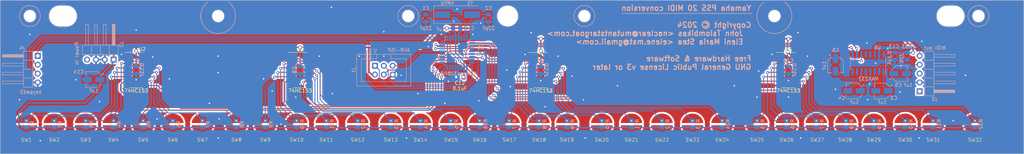
<source format=kicad_pcb>
(kicad_pcb (version 20221018) (generator pcbnew)
  (layers (0 "F.Cu" signal) (31 "B.Cu" signal) (34 "B.Paste" user) (35 "F.Paste" user) (36 "B.SilkS" user "B.Silkscreen") (37 "F.SilkS" user "F.Silkscreen") (38 "B.Mask" user) (39 "F.Mask" user) (44 "Edge.Cuts" user))
  (net 0 "")
  (net 1 "/XTAL1")
  (net 2 "GND")
  (net 3 "/XTAL2")
  (net 4 "Net-(U6-C1+)")
  (net 5 "Net-(U6-C1-)")
  (net 6 "Net-(U6-C2+)")
  (net 7 "Net-(U6-C2-)")
  (net 8 "Net-(U6-VS+)")
  (net 9 "Net-(U6-VS-)")
  (net 10 "VCC")
  (net 11 "/MISO")
  (net 12 "/SCK")
  (net 13 "/TXD1")
  (net 14 "/~{RESET}")
  (net 18 "Net-(J3-Pad4)")
  (net 19 "/MIDI_TX")
  (net 20 "KSTP")
  (net 21 "KGRN")
  (net 22 "KBLU")
  (net 23 "KEY0")
  (net 24 "KEY1")
  (net 25 "KEY2")
  (net 26 "KEY3")
  (net 27 "KEY4")
  (net 28 "KEY5")
  (net 29 "KEY6")
  (net 30 "KEY7")
  (net 31 "KEY8")
  (net 32 "KEY9")
  (net 33 "KEY10")
  (net 34 "KEY11")
  (net 35 "KEY12")
  (net 36 "KEY13")
  (net 37 "KEY14")
  (net 38 "KEY15")
  (net 39 "KEY16")
  (net 40 "KEY17")
  (net 41 "KEY18")
  (net 42 "KEY19")
  (net 43 "KEY20")
  (net 44 "KEY21")
  (net 45 "KEY22")
  (net 46 "KEY23")
  (net 47 "KEY24")
  (net 48 "KEY25")
  (net 49 "KEY26")
  (net 50 "KEY27")
  (net 51 "KEY28")
  (net 52 "KEY29")
  (net 53 "KEY30")
  (net 54 "KEY31")
  (net 55 "/IN4")
  (net 58 "/IN5")
  (net 59 "/IN6")
  (net 60 "/IN7")
  (net 61 "/SEL1")
  (net 62 "/SEL0")
  (net 65 "/IN0")
  (net 66 "/IN1")
  (net 67 "/IN2")
  (net 68 "/IN3")
  (net 71 "/RXD0")
  (net 72 "/TXD0")
  (footprint "pss20midi:bncontact" (layer "F.Cu") (at 137.7 141.5 90)
    (fp_text reference "SW8")
    (fp_text value "SW_Push")
  )
  (footprint "Package_SO:SOIC-16_3.9x9.9mm_P1.27mm" (layer "F.Cu") (at 109 126)
    (fp_text reference "U2")
    (fp_text value "74HC153")
  )
  (footprint "pss20midi:bncontact" (layer "F.Cu") (at 337.5 141.5 90)
    (fp_text reference "SW31")
    (fp_text value "SW_Push")
  )
  (footprint "pss20midi:bncontact" (layer "F.Cu") (at 199.2 141.5 90)
    (fp_text reference "SW15")
    (fp_text value "SW_Push")
  )
  (footprint "pss20midi:bncontact" (layer "F.Cu") (at 155 141.5 90)
    (fp_text reference "SW10")
    (fp_text value "SW_Push")
  )
  (footprint "pss20midi:bncontact" (layer "F.Cu") (at 329.5 141.5 90)
    (fp_text reference "SW30")
    (fp_text value "SW_Push")
  )
  (footprint "pss20midi:bncontact" (layer "F.Cu") (at 94.5 141.5 90)
    (fp_text reference "SW3")
    (fp_text value "SW_Push")
  )
  (footprint "pss20midi:bncontact" (layer "F.Cu") (at 251 141.5 90)
    (fp_text reference "SW21")
    (fp_text value "SW_Push")
  )
  (footprint "pss20midi:bncontact" (layer "F.Cu") (at 215.9 141.5 90)
    (fp_text reference "SW17")
    (fp_text value "SW_Push")
  )
  (footprint "pss20midi:bncontact" (layer "F.Cu") (at 119.5 141.5 90)
    (fp_text reference "SW6")
    (fp_text value "SW_Push")
  )
  (footprint "pss20midi:bncontact" (layer "F.Cu") (at 259.75 141.5 90)
    (fp_text reference "SW22")
    (fp_text value "SW_Push")
  )
  (footprint "pss20midi:bncontact" (layer "F.Cu") (at 85.5 141.5 90)
    (fp_text reference "SW2")
    (fp_text value "SW_Push")
  )
  (footprint "pss20midi:bncontact" (layer "F.Cu") (at 349.5 141.5 90)
    (fp_text reference "SW32")
    (fp_text value "SW_Push")
  )
  (footprint "pss20midi:bncontact" (layer "F.Cu") (at 232.5 141.5 90)
    (fp_text reference "SW19")
    (fp_text value "SW_Push")
  )
  (footprint "pss20midi:bncontact" (layer "F.Cu") (at 224.5 141.5 90)
    (fp_text reference "SW18")
    (fp_text value "SW_Push")
  )
  (footprint "Capacitor_SMD:C_0805_2012Metric_Pad1.18x1.45mm_HandSolder" (layer "F.Cu") (at 201.8 128 180)
    (fp_text reference "C12")
    (fp_text value "0.1uF")
  )
  (footprint "pss20midi:bncontact" (layer "F.Cu") (at 102.5 141.5 90)
    (fp_text reference "SW4")
    (fp_text value "SW_Push")
  )
  (footprint "pss20midi:bncontact" (layer "F.Cu") (at 146 141.5 90)
    (fp_text reference "SW9")
    (fp_text value "SW_Push")
  )
  (footprint "pss20midi:bncontact" (layer "F.Cu") (at 287 141.5 90)
    (fp_text reference "SW25")
    (fp_text value "SW_Push")
  )
  (footprint "pss20midi:bncontact" (layer "F.Cu") (at 320.5 141.5 90)
    (fp_text reference "SW29")
    (fp_text value "SW_Push")
  )
  (footprint "pss20midi:bncontact" (layer "F.Cu") (at 77.5 141.5 90)
    (fp_text reference "SW1")
    (fp_text value "SW_Push")
  )
  (footprint "pss20midi:bncontact" (layer "F.Cu") (at 111 141.5 90)
    (fp_text reference "SW5")
    (fp_text value "SW_Push")
  )
  (footprint "pss20midi:bncontact" (layer "F.Cu") (at 277 141.5 90)
    (fp_text reference "SW24")
    (fp_text value "SW_Push")
  )
  (footprint "Package_SO:SOIC-16_3.9x9.9mm_P1.27mm" (layer "F.Cu") (at 156 126)
    (fp_text reference "U3")
    (fp_text value "74HC153")
  )
  (footprint "pss20midi:bncontact" (layer "F.Cu") (at 182 141.5 90)
    (fp_text reference "SW13")
    (fp_text value "SW_Push")
  )
  (footprint "pss20midi:bncontact" (layer "F.Cu") (at 190.5 141.5 90)
    (fp_text reference "SW14")
    (fp_text value "SW_Push")
  )
  (footprint "Package_SO:SOIC-16_3.9x9.9mm_P1.27mm" (layer "F.Cu") (at 296 126)
    (fp_text reference "U5")
    (fp_text value "74HC153")
  )
  (footprint "pss20midi:bncontact" (layer "F.Cu") (at 128 141.5 90)
    (fp_text reference "SW7")
    (fp_text value "SW_Push")
  )
  (footprint "pss20midi:bncontact" (layer "F.Cu") (at 304 141.5 90)
    (fp_text reference "SW27")
    (fp_text value "SW_Push")
  )
  (footprint "pss20midi:bncontact" (layer "F.Cu") (at 312.5 141.5 90)
    (fp_text reference "SW28")
    (fp_text value "SW_Push")
  )
  (footprint "pss20midi:bncontact" (layer "F.Cu") (at 242.5 141.5 90)
    (fp_text reference "SW20")
    (fp_text value "SW_Push")
  )
  (footprint "Package_SO:SOIC-16_3.9x9.9mm_P1.27mm" (layer "F.Cu") (at 225 126)
    (fp_text reference "U4")
    (fp_text value "74HC153")
  )
  (footprint "pss20midi:bncontact" (layer "F.Cu") (at 207.5 141.5 90)
    (fp_text reference "SW16")
    (fp_text value "SW_Push")
  )
  (footprint "pss20midi:bncontact" (layer "F.Cu") (at 172.5 141.5 90)
    (fp_text reference "SW12")
    (fp_text value "SW_Push")
  )
  (footprint "pss20midi:bncontact" (layer "F.Cu") (at 268.5 141.5 90)
    (fp_text reference "SW23")
    (fp_text value "SW_Push")
  )
  (footprint "pss20midi:bncontact" (layer "F.Cu") (at 295.5 141.5 90)
    (fp_text reference "SW26")
    (fp_text value "SW_Push")
  )
  (footprint "pss20midi:bncontact" (layer "F.Cu") (at 163.5 141.5 90)
    (fp_text reference "SW11")
    (fp_text value "SW_Push")
  )
  (footprint "Capacitor_SMD:C_0805_2012Metric_Pad1.18x1.45mm_HandSolder" (layer "B.Cu") (at 210 111.1 -90)
    (fp_text reference "C2")
    (fp_text value "22pF")
  )
  (footprint "Connector_PinHeader_2.54mm:PinHeader_1x04_P2.54mm_Horizontal" (layer "B.Cu") (at 80.775 121.92 180)
    (fp_text reference "J4")
    (fp_text value "keypad3")
  )
  (footprint "Resistor_SMD:R_0805_2012Metric_Pad1.20x1.40mm_HandSolder" (layer "B.Cu") (at 146 141.5 90)
    (fp_text reference "R9")
    (fp_text value "4k7")
  )
  (footprint "Resistor_SMD:R_0805_2012Metric_Pad1.20x1.40mm_HandSolder" (layer "B.Cu") (at 251 141.5 90)
    (fp_text reference "R21")
    (fp_text value "4k7")
  )
  (footprint "Capacitor_SMD:C_0805_2012Metric_Pad1.18x1.45mm_HandSolder" (layer "B.Cu") (at 225 126 -90)
    (fp_text reference "C9")
    (fp_text value "0.1uF")
  )
  (footprint "Capacitor_SMD:C_0805_2012Metric_Pad1.18x1.45mm_HandSolder" (layer "B.Cu") (at 200.9 114)
    (fp_text reference "C11")
    (fp_text value "0.1uF")
  )
  (footprint "Resistor_SMD:R_0805_2012Metric_Pad1.20x1.40mm_HandSolder" (layer "B.Cu") (at 330 122 -90)
    (fp_text reference "R33")
    (fp_text value "220")
  )
  (footprint "Resistor_SMD:R_0805_2012Metric_Pad1.20x1.40mm_HandSolder" (layer "B.Cu") (at 259.75 141.5 90)
    (fp_text reference "R22")
    (fp_text value "4k7")
  )
  (footprint "Resistor_SMD:R_0805_2012Metric_Pad1.20x1.40mm_HandSolder" (layer "B.Cu") (at 207.5 141.5 90)
    (fp_text reference "R16")
    (fp_text value "4k7")
  )
  (footprint "Resistor_SMD:R_0805_2012Metric_Pad1.20x1.40mm_HandSolder" (layer "B.Cu") (at 77.5 141.5 90)
    (fp_text reference "R1")
    (fp_text value "4k7")
  )
  (footprint "Resistor_SMD:R_0805_2012Metric_Pad1.20x1.40mm_HandSolder" (layer "B.Cu") (at 94.5 141.5 90)
    (fp_text reference "R3")
    (fp_text value "4k7")
  )
  (footprint "Resistor_SMD:R_0805_2012Metric_Pad1.20x1.40mm_HandSolder" (layer "B.Cu") (at 242.5 141.5 90)
    (fp_text reference "R20")
    (fp_text value "4k7")
  )
  (footprint "Resistor_SMD:R_0805_2012Metric_Pad1.20x1.40mm_HandSolder" (layer "B.Cu") (at 224.5 141.5 90)
    (fp_text reference "R18")
    (fp_text value "4k7")
  )
  (footprint "Resistor_SMD:R_0805_2012Metric_Pad1.20x1.40mm_HandSolder" (layer "B.Cu") (at 268.5 141.5 90)
    (fp_text reference "R23")
    (fp_text value "4k7")
  )
  (footprint "Capacitor_SMD:CP_Elec_4x5.4" (layer "B.Cu") (at 96.8 128.7 180)
    (fp_text reference "C14")
    (fp_text value "1uF")
  )
  (footprint "Package_QFP:TQFP-32_7x7mm_P0.8mm" (layer "B.Cu") (at 201 121 -90)
    (fp_text reference "U1")
    (fp_text value "ATmega328PB")
  )
  (footprint "Capacitor_SMD:C_0805_2012Metric_Pad1.18x1.45mm_HandSolder" (layer "B.Cu") (at 326.49675 122 -90)
    (fp_text reference "C13")
    (fp_text value "0.1uF")
  )
  (footprint "Resistor_SMD:R_0805_2012Metric_Pad1.20x1.40mm_HandSolder" (layer "B.Cu") (at 304 141.5 90)
    (fp_text reference "R27")
    (fp_text value "4k7")
  )
  (footprint "Resistor_SMD:R_0805_2012Metric_Pad1.20x1.40mm_HandSolder" (layer "B.Cu") (at 287 141.5 90)
    (fp_text reference "R25")
    (fp_text value "4k7")
  )
  (footprint "Resistor_SMD:R_0805_2012Metric_Pad1.20x1.40mm_HandSolder" (layer "B.Cu") (at 111 141.5 90)
    (fp_text reference "R5")
    (fp_text value "4k7")
  )
  (footprint "Resistor_SMD:R_0805_2012Metric_Pad1.20x1.40mm_HandSolder" (layer "B.Cu") (at 277 141.5 90)
    (fp_text reference "R24")
    (fp_text value "4k7")
  )
  (footprint "Capacitor_SMD:C_0805_2012Metric_Pad1.18x1.45mm_HandSolder" (layer "B.Cu") (at 156 126 -90)
    (fp_text reference "C8")
    (fp_text value "0.1uF")
  )
  (footprint "Resistor_SMD:R_0805_2012Metric_Pad1.20x1.40mm_HandSolder" (layer "B.Cu") (at 119.5 141.5 90)
    (fp_text reference "R6")
    (fp_text value "4k7")
  )
  (footprint "Resistor_SMD:R_0805_2012Metric_Pad1.20x1.40mm_HandSolder" (layer "B.Cu") (at 215.9 141.5 90)
    (fp_text reference "R17")
    (fp_text value "4k7")
  )
  (footprint "Capacitor_SMD:CP_Elec_4x5.4" (layer "B.Cu") (at 322.845 131.975 180)
    (fp_text reference "C3")
    (fp_text value "1uF")
  )
  (footprint "Resistor_SMD:R_0805_2012Metric_Pad1.20x1.40mm_HandSolder" (layer "B.Cu") (at 128 141.5 90)
    (fp_text reference "R7")
    (fp_text value "4k7")
  )
  (footprint "Resistor_SMD:R_0805_2012Metric_Pad1.20x1.40mm_HandSolder" (layer "B.Cu") (at 85.5 141.5 90)
    (fp_text reference "R2")
    (fp_text value "4k7")
  )
  (footprint "Connector_IDC:IDC-Header_2x03_P2.54mm_Vertical" (layer "B.Cu") (at 177.455 124.7475 -90)
    (fp_text reference "J1")
    (fp_text value "AVR-ISP")
  )
  (footprint "Crystal:Crystal_SMD_HC49-SD" (layer "B.Cu") (at 201 110.1)
    (fp_text reference "Y1")
    (fp_text value "4MHz")
  )
  (footprint "Resistor_SMD:R_0805_2012Metric_Pad1.20x1.40mm_HandSolder" (layer "B.Cu") (at 320.5 141.5 90)
    (fp_text reference "R29")
    (fp_text value "4k7")
  )
  (footprint "Resistor_SMD:R_0805_2012Metric_Pad1.20x1.40mm_HandSolder" (layer "B.Cu") (at 329.5 141.5 90)
    (fp_text reference "R30")
    (fp_text value "4k7")
  )
  (footprint "Resistor_SMD:R_0805_2012Metric_Pad1.20x1.40mm_HandSolder" (layer "B.Cu") (at 155 141.5 90)
    (fp_text reference "R10")
    (fp_text value "4k7")
  )
  (footprint "Capacitor_SMD:CP_Elec_4x5.4" (layer "B.Cu") (at 309.5 124.5 -90)
    (fp_text reference "C6")
    (fp_text value "1uF")
  )
  (footprint "Resistor_SMD:R_0805_2012Metric_Pad1.20x1.40mm_HandSolder" (layer "B.Cu") (at 182 141.5 90)
    (fp_text reference "R13")
    (fp_text value "4k7")
  )
  (footprint "Resistor_SMD:R_0805_2012Metric_Pad1.20x1.40mm_HandSolder" (layer "B.Cu") (at 232.5 141.5 90)
    (fp_text reference "R19")
    (fp_text value "4k7")
  )
  (footprint "Package_SO:SOIC-16_3.9x9.9mm_P1.27mm" (layer "B.Cu") (at 318.845 123.975 90)
    (fp_text reference "U6")
    (fp_text value "MAX232")
  )
  (footprint "Resistor_SMD:R_0805_2012Metric_Pad1.20x1.40mm_HandSolder" (layer "B.Cu") (at 163.5 141.5 90)
    (fp_text reference "R11")
    (fp_text value "4k7")
  )
  (footprint "Capacitor_SMD:C_0805_2012Metric_Pad1.18x1.45mm_HandSolder" (layer "B.Cu") (at 109 126 -90)
    (fp_text reference "C7")
    (fp_text value "0.1uF")
  )
  (footprint "Capacitor_SMD:C_0805_2012Metric_Pad1.18x1.45mm_HandSolder" (layer "B.Cu") (at 192 111.1 -90)
    (fp_text reference "C1")
    (fp_text value "22pF")
  )
  (footprint "Resistor_SMD:R_0805_2012Metric_Pad1.20x1.40mm_HandSolder" (layer "B.Cu") (at 295.5 141.5 90)
    (fp_text reference "R26")
    (fp_text value "4k7")
  )
  (footprint "Resistor_SMD:R_0805_2012Metric_Pad1.20x1.40mm_HandSolder" (layer "B.Cu") (at 190.5 141.5 90)
    (fp_text reference "R14")
    (fp_text value "4k7")
  )
  (footprint "Capacitor_SMD:CP_Elec_4x5.4" (layer "B.Cu") (at 314.845 131.975 180)
    (fp_text reference "C4")
    (fp_text value "1uF")
  )
  (footprint "Resistor_SMD:R_0805_2012Metric_Pad1.20x1.40mm_HandSolder" (layer "B.Cu") (at 102.5 141.5 90)
    (fp_text reference "R4")
    (fp_text value "4k7")
  )
  (footprint "Resistor_SMD:R_0805_2012Metric_Pad1.20x1.40mm_HandSolder" (layer "B.Cu") (at 172.5 141.5 90)
    (fp_text reference "R12")
    (fp_text value "4k7")
  )
  (footprint "Resistor_SMD:R_0805_2012Metric_Pad1.20x1.40mm_HandSolder" (layer "B.Cu") (at 312.5 141.5 90)
    (fp_text reference "R28")
    (fp_text value "4k7")
  )
  (footprint "Resistor_SMD:R_0805_2012Metric_Pad1.20x1.40mm_HandSolder" (layer "B.Cu") (at 199.2 141.5 90)
    (fp_text reference "R15")
    (fp_text value "4k7")
  )
  (footprint "Connector_PinHeader_2.54mm:PinHeader_1x04_P2.54mm_Horizontal" (layer "B.Cu") (at 102.54 123 90)
    (fp_text reference "J2")
    (fp_text value "Power in")
  )
  (footprint "Resistor_SMD:R_0805_2012Metric_Pad1.20x1.40mm_HandSolder" (layer "B.Cu") (at 337.5 141.5 90)
    (fp_text reference "R31")
    (fp_text value "4k7")
  )
  (footprint "Resistor_SMD:R_0805_2012Metric_Pad1.20x1.40mm_HandSolder" (layer "B.Cu") (at 137.7 141.5 90)
    (fp_text reference "R8")
    (fp_text value "4k7")
  )
  (footprint "Connector_PinHeader_2.54mm:PinHeader_1x05_P2.54mm_Horizontal" (layer "B.Cu") (at 333.625 132.075)
    (fp_text reference "J3")
    (fp_text value "MIDI out")
  )
  (footprint "Resistor_SMD:R_0805_2012Metric_Pad1.20x1.40mm_HandSolder" (layer "B.Cu") (at 349.5 141.5 90)
    (fp_text reference "R32")
    (fp_text value "4k7")
  )
  (footprint "Capacitor_SMD:C_0805_2012Metric_Pad1.18x1.45mm_HandSolder" (layer "B.Cu") (at 296 126 -90)
    (fp_text reference "C10")
    (fp_text value "0.1uF")
  )
  (footprint "Capacitor_SMD:CP_Elec_4x5.4" (layer "B.Cu") (at 328 127)
    (fp_text reference "C5")
    (fp_text value "1uF")
  )
  (gr_arc (start 295 106.5) (mid 292 115.5) (end 289 106.5) (stroke (width 0.15)) (layer "B.SilkS"))
  (gr_circle (center 237.5 110.5) (end 240.5 110.5) (stroke (width 0.15)) (fill none) (layer "B.SilkS"))
  (gr_circle (center 78.5 110.5) (end 81.5 110.5) (stroke (width 0.15)) (fill none) (layer "B.SilkS"))
  (gr_arc (start 135.5 106.5) (mid 132.5 115.5) (end 129.5 106.5) (stroke (width 0.15)) (layer "B.SilkS"))
  (gr_circle (center 350.5 110.5) (end 353.5 110.5) (stroke (width 0.15)) (fill none) (layer "B.SilkS"))
  (gr_circle (center 187 110.5) (end 190 110.5) (stroke (width 0.15)) (fill none) (layer "B.SilkS"))
  (gr_line (start 285.5 109.75) (end 248.25 109.75) (stroke (width 0.15)) (layer "B.SilkS"))
  (gr_arc (start 338.5 110.5) (mid 339.37868 108.37868) (end 341.5 107.5) (stroke (width 0.1)) (layer "Edge.Cuts"))
  (gr_rect (start 70 106) (end 363.5 150) (stroke (width 0.1)) (fill none) (layer "Edge.Cuts"))
  (gr_arc (start 341.5 113.5) (mid 339.37868 112.62132) (end 338.5 110.5) (stroke (width 0.1)) (layer "Edge.Cuts"))
  (gr_circle (center 132.5 110.5) (end 130.75 110.5) (stroke (width 0.1)) (fill none) (layer "Edge.Cuts"))
  (gr_circle (center 292 110.5) (end 290.25 110.5) (stroke (width 0.1)) (fill none) (layer "Edge.Cuts"))
  (gr_line (start 341.5 107.5) (end 343.5 107.5) (stroke (width 0.1)) (layer "Edge.Cuts"))
  (gr_line (start 87 107.5) (end 89 107.5) (stroke (width 0.1)) (layer "Edge.Cuts"))
  (gr_arc (start 84 110.5) (mid 84.87868 108.37868) (end 87 107.5) (stroke (width 0.1)) (layer "Edge.Cuts"))
  (gr_arc (start 343.5 107.5) (mid 345.62132 108.37868) (end 346.5 110.5) (stroke (width 0.1)) (layer "Edge.Cuts"))
  (gr_circle (center 215.5 110.5) (end 212.5 110.5) (stroke (width 0.1)) (fill none) (layer "Edge.Cuts"))
  (gr_circle (center 78.5 110.5) (end 76.75 110.5) (stroke (width 0.1)) (fill none) (layer "Edge.Cuts"))
  (gr_arc (start 87 113.5) (mid 84.87868 112.62132) (end 84 110.5) (stroke (width 0.1)) (layer "Edge.Cuts"))
  (gr_arc (start 89 107.5) (mid 91.12132 108.37868) (end 92 110.5) (stroke (width 0.1)) (layer "Edge.Cuts"))
  (gr_arc (start 92 110.5) (mid 91.12132 112.62132) (end 89 113.5) (stroke (width 0.1)) (layer "Edge.Cuts"))
  (gr_circle (center 237.5 110.5) (end 235.75 110.5) (stroke (width 0.1)) (fill none) (layer "Edge.Cuts"))
  (gr_circle (center 187 110.5) (end 185.25 110.5) (stroke (width 0.1)) (fill none) (layer "Edge.Cuts"))
  (gr_line (start 87 113.5) (end 89 113.5) (stroke (width 0.1)) (layer "Edge.Cuts"))
  (gr_arc (start 346.5 110.5) (mid 345.62132 112.62132) (end 343.5 113.5) (stroke (width 0.1)) (layer "Edge.Cuts"))
  (gr_circle (center 350.5 110.5) (end 348.75 110.5) (stroke (width 0.1)) (fill none) (layer "Edge.Cuts"))
  (gr_line (start 341.5 113.5) (end 343.5 113.5) (stroke (width 0.1)) (layer "Edge.Cuts"))
  (gr_text "Yamaha PSS 20 MIDI conversion\n\nCopyright © 2024\n  John Tsiombikas <nuclear@mutantstargoat.com>\n  Eleni Maria Stea <elene.mst@gmail.com>\n\nFree Hardware & Software\nGNU General Public License v3 or later" (at 285.5 126) (layer "B.SilkS") (effects (font (size 1.5 1.5) (thickness 0.3) bold) (justify left bottom mirror)))
  (segment (start 201.1 110.1) (end 196.75 110.1) (width 0.25) (layer "B.Cu") (net 1))
  (segment (start 203 116.75) (end 203 115.875) (width 0.25) (layer "B.Cu") (net 1))
  (segment (start 192 110.0625) (end 196.7125 110.0625) (width 0.25) (layer "B.Cu") (net 1))
  (segment (start 203 115.875) (end 203.25 115.625) (width 0.25) (layer "B.Cu") (net 1))
  (segment (start 203.25 112.25) (end 201.1 110.1) (width 0.25) (layer "B.Cu") (net 1))
  (segment (start 203.25 115.625) (end 203.25 112.25) (width 0.25) (layer "B.Cu") (net 1))
  (segment (start 196.7125 110.0625) (end 196.75 110.1) (width 0.25) (layer "B.Cu") (net 1))
  (segment (start 296.075 122.825) (end 298.575 122.825) (width 0.4) (layer "F.Cu") (net 2))
  (segment (start 227.575 122.825) (end 229.175 122.825) (width 0.4) (layer "F.Cu") (net 2))
  (segment (start 225.575 122.825) (end 224.305 121.555) (width 0.4) (layer "F.Cu") (net 2))
  (segment (start 113.175 122.825) (end 113.75 122.25) (width 0.4) (layer "F.Cu") (net 2))
  (segment (start 109.325 122.825) (end 111.575 122.825) (width 0.4) (layer "F.Cu") (net 2))
  (segment (start 106.425 121.555) (end 108.055 121.555) (width 0.4) (layer "F.Cu") (net 2))
  (segment (start 158.575 122.825) (end 160.675 122.825) (width 0.4) (layer "F.Cu") (net 2))
  (segment (start 160.675 122.825) (end 161.5 122) (width 0.4) (layer "F.Cu") (net 2))
  (segment (start 111.575 122.825) (end 113.175 122.825) (width 0.4) (layer "F.Cu") (net 2))
  (segment (start 156.825 122.825) (end 158.575 122.825) (width 0.4) (layer "F.Cu") (net 2))
  (segment (start 224.305 121.555) (end 222.425 121.555) (width 0.4) (layer "F.Cu") (net 2))
  (segment (start 153.425 121.555) (end 155.555 121.555) (width 0.4) (layer "F.Cu") (net 2))
  (segment (start 294.805 121.555) (end 296.075 122.825) (width 0.4) (layer "F.Cu") (net 2))
  (segment (start 227.575 122.825) (end 225.575 122.825) (width 0.4) (layer "F.Cu") (net 2))
  (segment (start 293.425 121.555) (end 294.805 121.555) (width 0.4) (layer "F.Cu") (net 2))
  (segment (start 108.055 121.555) (end 109.325 122.825) (width 0.4) (layer "F.Cu") (net 2))
  (segment (start 229.175 122.825) (end 230 122) (width 0.4) (layer "F.Cu") (net 2))
  (segment (start 155.555 121.555) (end 156.825 122.825) (width 0.4) (layer "F.Cu") (net 2))
  (via (at 81.5 146.25) (size 0.8) (drill 0.4) (layers "F.Cu" "B.Cu") (net 2))
  (via (at 185 127.5) (size 0.8) (drill 0.4) (layers "F.Cu" "B.Cu") (net 2))
  (via (at 215.25 126) (size 0.8) (drill 0.4) (layers "F.Cu" "B.Cu") (net 2))
  (via (at 154.75 133.75) (size 0.8) (drill 0.4) (layers "F.Cu" "B.Cu") (net 2))
  (via (at 230 122) (size 0.8) (drill 0.4) (layers "F.Cu" "B.Cu") (net 2))
  (via (at 115 140) (size 0.8) (drill 0.4) (layers "F.Cu" "B.Cu") (net 2))
  (via (at 280.5 130.5) (size 0.8) (drill 0.4) (layers "F.Cu" "B.Cu") (net 2))
  (via (at 196.5 115.75) (size 0.8) (drill 0.4) (layers "F.Cu" "B.Cu") (net 2))
  (via (at 192.75 119.25) (size 0.8) (drill 0.4) (layers "F.Cu" "B.Cu") (net 2))
  (via (at 180 115) (size 0.8) (drill 0.4) (layers "F.Cu" "B.Cu") (net 2))
  (via (at 328.25 124.75) (size 0.8) (drill 0.4) (layers "F.Cu" "B.Cu") (net 2))
  (via (at 198.5 129.25) (size 0.8) (drill 0.4) (layers "F.Cu" "B.Cu") (net 2))
  (via (at 287 133.75) (size 0.8) (drill 0.4) (layers "F.Cu" "B.Cu") (net 2))
  (via (at 165 108) (size 0.8) (drill 0.4) (layers "F.Cu" "B.Cu") (net 2))
  (via (at 132.5 145.5) (size 0.8) (drill 0.4) (layers "F.Cu" "B.Cu") (net 2))
  (via (at 207.25 134.75) (size 0.8) (drill 0.4) (layers "F.Cu" "B.Cu") (net 2))
  (via (at 150.5 141.5) (size 0.8) (drill 0.4) (layers "F.Cu" "B.Cu") (net 2))
  (via (at 75.5 134.5) (size 0.8) (drill 0.4) (layers "F.Cu" "B.Cu") (net 2))
  (via (at 346.75 127.5) (size 0.8) (drill 0.4) (layers "F.Cu" "B.Cu") (net 2))
  (via (at 180 122) (size 0.8) (drill 0.4) (layers "F.Cu" "B.Cu") (net 2))
  (via (at 222.25 115.25) (size 0.8) (drill 0.4) (layers "F.Cu" "B.Cu") (net 2))
  (via (at 296 129) (size 0.8) (drill 0.4) (layers "F.Cu" "B.Cu") (net 2))
  (via (at 132.75 140) (size 0.8) (drill 0.4) (layers "F.Cu" "B.Cu") (net 2))
  (via (at 201.5 118.5) (size 0.8) (drill 0.4) (layers "F.Cu" "B.Cu") (net 2))
  (via (at 118.5 128.5) (size 0.8) (drill 0.4) (layers "F.Cu" "B.Cu") (net 2))
  (via (at 301.5 122) (size 0.8) (drill 0.4) (layers "F.Cu" "B.Cu") (net 2))
  (via (at 197.5 135.5) (size 0.8) (drill 0.4) (layers "F.Cu" "B.Cu") (net 2))
  (via (at 186.5 145.5) (size 0.8) (drill 0.4) (layers "F.Cu" "B.Cu") (net 2))
  (via (at 227.75 132.25) (size 0.8) (drill 0.4) (layers "F.Cu" "B.Cu") (net 2))
  (via (at 334.25 117.75) (size 0.8) (drill 0.4) (layers "F.Cu" "B.Cu") (net 2))
  (via (at 148 132) (size 0.8) (drill 0.4) (layers "F.Cu" "B.Cu") (net 2))
  (via (at 216.25 130.75) (size 0.8) (drill 0.4) (layers "F.Cu" "B.Cu") (net 2))
  (via (at 237.75 145.5) (size 0.8) (drill 0.4) (layers "F.Cu" "B.Cu") (net 2))
  (via (at 145.5 128.5) (size 0.8) (drill 0.4) (layers "F.Cu" "B.Cu") (net 2))
  (via (at 299.5 145.5) (size 0.8) (drill 0.4) (layers "F.Cu" "B.Cu") (net 2))
  (via (at 200 112) (size 0.8) (drill 0.4) (layers "F.Cu" "B.Cu") (net 2))
  (via (at 109 114.5) (size 0.8) (drill 0.4) (layers "F.Cu" "B.Cu") (net 2))
  (via (at 165.25 132.75) (size 0.8) (drill 0.4) (layers "F.Cu" "B.Cu") (net 2))
  (via (at 205.5 115.75) (size 0.8) (drill 0.4) (layers "F.Cu" "B.Cu") (net 2))
  (via (at 333.5 145.5) (size 0.8) (drill 0.4) (layers "F.Cu" "B.Cu") (net 2))
  (via (at 173 122) (size 0.8) (drill 0.4) (layers "F.Cu" "B.Cu") (net 2))
  (via (at 234 127.75) (size 0.8) (drill 0.4) (layers "F.Cu" "B.Cu") (net 2))
  (via (at 91.75 128.75) (size 0.8) (drill 0.4) (layers "F.Cu" "B.Cu") (net 2))
  (via (at 156 130) (size 0.8) (drill 0.4) (layers "F.Cu" "B.Cu") (net 2))
  (via (at 104.75 121.5) (size 0.8) (drill 0.4) (layers "F.Cu" "B.Cu") (net 2))
  (via (at 237.25 134.5) (size 0.8) (drill 0.4) (layers "F.Cu" "B.Cu") (net 2))
  (via (at 201 108.5) (size 0.8) (drill 0.4) (layers "F.Cu" "B.Cu") (net 2))
  (via (at 328 132.25) (size 0.8) (drill 0.4) (layers "F.Cu" "B.Cu") (net 2))
  (via (at 321 124) (size 0.8) (drill 0.4) (layers "F.Cu" "B.Cu") (net 2))
  (via (at 200.7625 128) (size 1.1) (drill 0.7) (layers "F.Cu" "B.Cu") (net 2))
  (via (at 207.75 112.5) (size 0.8) (drill 0.4) (layers "F.Cu" "B.Cu") (net 2))
  (via (at 259.25 115.25) (size 0.8) (drill 0.4) (layers "F.Cu" "B.Cu") (net 2))
  (via (at 161.5 122) (size 0.8) (drill 0.4) (layers "F.Cu" "B.Cu") (net 2))
  (via (at 247 130.5) (size 0.8) (drill 0.4) (layers "F.Cu" "B.Cu") (net 2))
  (via (at 296 133.75) (size 0.8) (drill 0.4) (layers "F.Cu" "B.Cu") (net 2))
  (via (at 109 128.75) (size 0.8) (drill 0.4) (layers "F.Cu" "B.Cu") (net 2))
  (via (at 343.25 140.5) (size 0.8) (drill 0.4) (layers "F.Cu" "B.Cu") (net 2))
  (via (at 220.5 121.5) (size 0.8) (drill 0.4) (layers "F.Cu" "B.Cu") (net 2))
  (via (at 298.75 115.25) (size 0.8) (drill 0.4) (layers "F.Cu" "B.Cu") (net 2))
  (via (at 324.5 119.75) (size 0.8) (drill 0.4) (layers "F.Cu" "B.Cu") (net 2))
  (via (at 318.5 118.25) (size 0.8) (drill 0.4) (layers "F.Cu" "B.Cu") (net 2))
  (via (at 113.75 122.25) (size 0.8) (drill 0.4) (layers "F.Cu" "B.Cu") (net 2))
  (via (at 225 129) (size 0.8) (drill 0.4) (layers "F.Cu" "B.Cu") (net 2))
  (via (at 200.5 123.5) (size 0.8) (drill 0.4) (layers "F.Cu" "B.Cu") (net 2))
  (via (at 287.5 126.25) (size 0.8) (drill 0.4) (layers "F.Cu" "B.Cu") (net 2))
  (via (at 132.5 122) (size 0.8) (drill 0.4) (layers "F.Cu" "B.Cu") (net 2))
  (via (at 98.5 135) (size 0.8) (drill 0.4) (layers "F.Cu" "B.Cu") (net 2))
  (via (at 309.5 131.5) (size 0.8) (drill 0.4) (layers "F.Cu" "B.Cu") (net 2))
  (via (at 132.5 126.75) (size 0.8) (drill 0.4) (layers "F.Cu" "B.Cu") (net 2))
  (via (at 130 135.5) (size 0.8) (drill 0.4) (layers "F.Cu" "B.Cu") (net 2))
  (via (at 319.25 130) (size 0.8) (drill 0.4) (layers "F.Cu" "B.Cu") (net 2))
  (via (at 318.75 134.5) (size 0.8) (drill 0.4) (layers "F.Cu" "B.Cu") (net 2))
  (via (at 226.25 136.5) (size 0.8) (drill 0.4) (layers "F.Cu" "B.Cu") (net 2))
  (via (at 291.25 121.5) (size 0.8) (drill 0.4) (layers "F.Cu" "B.Cu") (net 2))
  (via (at 189.75 132.75) (size 0.8) (drill 0.4) (layers "F.Cu" "B.Cu") (net 2))
  (via (at 78.5 115.75) (size 0.8) (drill 0.4) (layers "F.Cu" "B.Cu") (net 2))
  (segment (start 201.9375 115.0625) (end 201.9375 114) (width 0.4) (layer "B.Cu") (net 2))
  (segment (start 201.4 116.75) (end 201.4 118.4) (width 0.4) (layer "B.Cu") (net 2))
  (segment (start 201.4 127.3625) (end 200.7625 128) (width 0.4) (layer "B.Cu") (net 2))
  (segment (start 200.6 127.8375) (end 200.7625 128) (width 0.4) (layer "B.Cu") (net 2))
  (segment (start 201.4 115.6) (end 201.9375 115.0625) (width 0.4) (layer "B.Cu") (net 2))
  (segment (start 200.6 125.25) (end 200.6 127.8375) (width 0.4) (layer "B.Cu") (net 2))
  (segment (start 201.4 116.75) (end 201.4 115.6) (width 0.4) (layer "B.Cu") (net 2))
  (segment (start 201.4 125.25) (end 201.4 127.3625) (width 0.4) (layer "B.Cu") (net 2))
  (segment (start 201.4 118.4) (end 201.5 118.5) (width 0.4) (layer "B.Cu") (net 2))
  (segment (start 203.8 116.75) (end 203.8 113) (width 0.25) (layer "B.Cu") (net 3))
  (segment (start 205.2875 110.0625) (end 205.25 110.1) (width 0.25) (layer "B.Cu") (net 3))
  (segment (start 203.8 113) (end 205.25 111.55) (width 0.25) (layer "B.Cu") (net 3))
  (segment (start 210 110.0625) (end 205.2875 110.0625) (width 0.25) (layer "B.Cu") (net 3))
  (segment (start 205.25 111.55) (end 205.25 110.1) (width 0.25) (layer "B.Cu") (net 3))
  (segment (start 323.29 130.62) (end 323.29 126.45) (width 0.25) (layer "B.Cu") (net 4))
  (segment (start 324.645 131.975) (end 323.29 130.62) (width 0.25) (layer "B.Cu") (net 4))
  (segment (start 320.75 126.45) (end 320.75 131.68) (width 0.25) (layer "B.Cu") (net 5))
  (segment (start 320.75 131.68) (end 321.045 131.975) (width 0.25) (layer "B.Cu") (net 5))
  (segment (start 319.48 126.45) (end 319.48 128.02) (width 0.25) (layer "B.Cu") (net 6))
  (segment (start 319.48 128.02) (end 316.645 130.855) (width 0.25) (layer "B.Cu") (net 6))
  (segment (start 316.645 130.855) (end 316.645 131.975) (width 0.25) (layer "B.Cu") (net 6))
  (segment (start 314.92 130.1) (end 315.9 130.1) (width 0.25) (layer "B.Cu") (net 7))
  (segment (start 313.045 131.975) (end 314.92 130.1) (width 0.25) (layer "B.Cu") (net 7))
  (segment (start 315.9 130.1) (end 318.21 127.79) (width 0.25) (layer "B.Cu") (net 7))
  (segment (start 318.21 127.79) (end 318.21 126.45) (width 0.25) (layer "B.Cu") (net 7))
  (segment (start 322.02 125.48) (end 322.75 124.75) (width 0.25) (layer "B.Cu") (net 8))
  (segment (start 324.5 124.75) (end 326.2 126.45) (width 0.25) (layer "B.Cu") (net 8))
  (segment (start 322.02 126.45) (end 322.02 125.48) (width 0.25) (layer "B.Cu") (net 8))
  (segment (start 322.75 124.75) (end 324.5 124.75) (width 0.25) (layer "B.Cu") (net 8))
  (segment (start 326.2 126.45) (end 326.2 127) (width 0.25) (layer "B.Cu") (net 8))
  (segment (start 311.7 128.5) (end 309.5 126.3) (width 0.25) (layer "B.Cu") (net 9))
  (segment (start 316.94 127.55675) (end 315.99675 128.5) (width 0.25) (layer "B.Cu") (net 9))
  (segment (start 315.99675 128.5) (end 311.7 128.5) (width 0.25) (layer "B.Cu") (net 9))
  (segment (start 316.94 126.45) (end 316.94 127.55675) (width 0.25) (layer "B.Cu") (net 9))
  (segment (start 102.54 121.71) (end 104.75 119.5) (width 0.4) (layer "F.Cu") (net 10))
  (segment (start 109.000012 119.500012) (end 109 119.5) (width 0.4) (layer "F.Cu") (net 10))
  (segment (start 102.54 123) (end 102.54 121.71) (width 0.4) (layer "F.Cu") (net 10))
  (segment (start 158.5 119.500006) (end 175.75 119.500006) (width 0.4) (layer "F.Cu") (net 10))
  (segment (start 109.000012 120.5) (end 109.000012 119.500012) (width 0.4) (layer "F.Cu") (net 10))
  (segment (start 296.555002 121.555) (end 295.750002 120.75) (width 0.4) (layer "F.Cu") (net 10))
  (segment (start 104.75 119.5) (end 108.25 119.5) (width 0.4) (layer "F.Cu") (net 10))
  (segment (start 227.575 121.555) (end 226.054998 121.555) (width 0.4) (layer "F.Cu") (net 10))
  (segment (start 158.575 121.555) (end 158.575 119.575006) (width 0.4) (layer "F.Cu") (net 10))
  (segment (start 156.000006 119.500006) (end 158.5 119.500006) (width 0.4) (layer "F.Cu") (net 10))
  (segment (start 176.5375 127.2875) (end 175.75 126.5) (width 0.4) (layer "F.Cu") (net 10))
  (segment (start 177.455 127.2875) (end 176.5375 127.2875) (width 0.4) (layer "F.Cu") (net 10))
  (segment (start 298.575 121.555) (end 296.555002 121.555) (width 0.4) (layer "F.Cu") (net 10))
  (segment (start 331.75 119.75) (end 331.75 121) (width 0.4) (layer "F.Cu") (net 10))
  (segment (start 226.054998 121.555) (end 224.999998 120.5) (width 0.4) (layer "F.Cu") (net 10))
  (segment (start 196 114) (end 198 114) (width 0.4) (layer "F.Cu") (net 10))
  (segment (start 156 119.5) (end 156.000006 119.500006) (width 0.4) (layer "F.Cu") (net 10))
  (segment (start 175.75 126.5) (end 175.75 119.500006) (width 0.4) (layer "F.Cu") (net 10))
  (segment (start 198 114) (end 206.75 114) (width 0.4) (layer "F.Cu") (net 10))
  (segment (start 175.75 119.500006) (end 190.499994 119.500006) (width 0.4) (layer "F.Cu") (net 10))
  (segment (start 108.25 119.5) (end 109 119.5) (width 0.4) (layer "F.Cu") (net 10))
  (segment (start 158.575 119.575006) (end 158.5 119.500006) (width 0.4) (layer "F.Cu") (net 10))
  (segment (start 209.75 117) (end 225 117) (width 0.4) (layer "F.Cu") (net 10))
  (segment (start 110.055012 121.555) (end 109.000012 120.5) (width 0.4) (layer "F.Cu") (net 10))
  (segment (start 158.575 121.555) (end 158.055 121.555) (width 0.4) (layer "F.Cu") (net 10))
  (segment (start 198.000008 113.999992) (end 198 114) (width 0.4) (layer "F.Cu") (net 10))
  (segment (start 329 117) (end 331.75 119.75) (width 0.4) (layer "F.Cu") (net 10))
  (segment (start 206.75 114) (end 209.75 117) (width 0.4) (layer "F.Cu") (net 10))
  (segment (start 109 119.5) (end 156 119.5) (width 0.4) (layer "F.Cu") (net 10))
  (segment (start 296 117) (end 329 117) (width 0.4) (layer "F.Cu") (net 10))
  (segment (start 190.499994 119.500006) (end 196 114) (width 0.4) (layer "F.Cu") (net 10))
  (segment (start 225 117) (end 296 117) (width 0.4) (layer "F.Cu") (net 10))
  (segment (start 111.575 121.555) (end 110.055012 121.555) (width 0.4) (layer "F.Cu") (net 10))
  (via (at 331.75 121) (size 1.1) (drill 0.7) (layers "F.Cu" "B.Cu") (net 10))
  (via (at 109.000012 120.5) (size 1.1) (drill 0.7) (layers "F.Cu" "B.Cu") (net 10))
  (via (at 225 117) (size 1.1) (drill 0.7) (layers "F.Cu" "B.Cu") (net 10))
  (via (at 296 117) (size 1.1) (drill 0.7) (layers "F.Cu" "B.Cu") (net 10))
  (via (at 224.999998 120.5) (size 1.1) (drill 0.7) (layers "F.Cu" "B.Cu") (net 10))
  (via (at 202.8375 128) (size 1.1) (drill 0.7) (layers "F.Cu" "B.Cu") (net 10))
  (via (at 198 114) (size 1.1) (drill 0.7) (layers "F.Cu" "B.Cu") (net 10))
  (via (at 156.000006 119.500006) (size 1.1) (drill 0.7) (layers "F.Cu" "B.Cu") (net 10))
  (via (at 295.750002 120.75) (size 1.1) (drill 0.7) (layers "F.Cu" "B.Cu") (net 10))
  (segment (start 277 142.5) (end 287 142.5) (width 0.4) (layer "B.Cu") (net 10))
  (segment (start 215.9 142.5) (end 224.5 142.5) (width 0.4) (layer "B.Cu") (net 10))
  (segment (start 251 142.5) (end 259.75 142.5) (width 0.4) (layer "B.Cu") (net 10))
  (segment (start 85.5 142.5) (end 94.5 142.5) (width 0.4) (layer "B.Cu") (net 10))
  (segment (start 232.5 142.5) (end 242.5 142.5) (width 0.4) (layer "B.Cu") (net 10))
  (segment (start 326.49675 120.9625) (end 329.9625 120.9625) (width 0.4) (layer "B.Cu") (net 10))
  (segment (start 200.6 121.1) (end 200.6 116.75) (width 0.4) (layer "B.Cu") (net 10))
  (segment (start 98.6 128.7) (end 98.6 127.7) (width 0.4) (layer "B.Cu") (net 10))
  (segment (start 156 119.500012) (end 156.000006 119.500006) (width 0.4) (layer "B.Cu") (net 10))
  (segment (start 199.8625 114.8625) (end 200.6 115.6) (width 0.4) (layer "B.Cu") (net 10))
  (segment (start 225 124.9625) (end 225 120.500002) (width 0.4) (layer "B.Cu") (net 10))
  (segment (start 75.3 138.2) (end 75.3 141.4) (width 0.4) (layer "B.Cu") (net 10))
  (segment (start 75.3 141.4) (end 76.4 142.5) (width 0.4) (layer "B.Cu") (net 10))
  (segment (start 109 120.500012) (end 109.000012 120.5) (width 0.4) (layer "B.Cu") (net 10))
  (segment (start 320.5 142.5) (end 329.5 142.5) (width 0.4) (layer "B.Cu") (net 10))
  (segment (start 203 125.25) (end 203 123.5) (width 0.4) (layer "B.Cu") (net 10))
  (segment (start 304 142.5) (end 312.5 142.5) (width 0.4) (layer "B.Cu") (net 10))
  (segment (start 326.49675 120.9625) (end 325.03425 120.9625) (width 0.4) (layer "B.Cu") (net 10))
  (segment (start 111 142.5) (end 119.5 142.5) (width 0.4) (layer "B.Cu") (net 10))
  (segment (start 287 142.5) (end 295.5 142.5) (width 0.4) (layer "B.Cu") (net 10))
  (segment (start 296 117) (end 295.75 117.25) (width 0.4) (layer "B.Cu") (net 10))
  (segment (start 190.5 142.5) (end 199.2 142.5) (width 0.4) (layer "B.Cu") (net 10))
  (segment (start 225 120.500002) (end 224.999998 120.5) (width 0.4) (layer "B.Cu") (net 10))
  (segment (start 163.5 142.5) (end 172.5 142.5) (width 0.4) (layer "B.Cu") (net 10))
  (segment (start 329.5 142.5) (end 337.5 142.5) (width 0.4) (layer "B.Cu") (net 10))
  (segment (start 324.49675 121.5) (end 323.29 121.5) (width 0.4) (layer "B.Cu") (net 10))
  (segment (start 200.6 115.6) (end 200.6 116.75) (width 0.4) (layer "B.Cu") (net 10))
  (segment (start 268.5 142.5) (end 277 142.5) (width 0.4) (layer "B.Cu") (net 10))
  (segment (start 98.6 128.7) (end 98.6 131.2) (width 0.4) (layer "B.Cu") (net 10))
  (segment (start 296 124.9625) (end 295.750002 124.712502) (width 0.4) (layer "B.Cu") (net 10))
  (segment (start 325.03425 120.9625) (end 324.49675 121.5) (width 0.4) (layer "B.Cu") (net 10))
  (segment (start 128 142.5) (end 137.7 142.5) (width 0.4) (layer "B.Cu") (net 10))
  (segment (start 224.5 142.5) (end 232.5 142.5) (width 0.4) (layer "B.Cu") (net 10))
  (segment (start 225 120.499998) (end 224.999998 120.5) (width 0.4) (layer "B.Cu") (net 10))
  (segment (start 295.750002 124.712502) (end 295.750002 120.75) (width 0.4) (layer "B.Cu") (net 10))
  (segment (start 77.5 142.5) (end 85.5 142.5) (width 0.4) (layer "B.Cu") (net 10))
  (segment (start 203 125.25) (end 203 127.8375) (width 0.4) (layer "B.Cu") (net 10))
  (segment (start 199.8625 114) (end 199.8625 114.8625) (width 0.4) (layer "B.Cu") (net 10))
  (segment (start 207.5 142.5) (end 215.9 142.5) (width 0.4) (layer "B.Cu") (net 10))
  (segment (start 155 142.5) (end 163.5 142.5) (width 0.4) (layer "B.Cu") (net 10))
  (segment (start 109 124.9625) (end 109 120.500012) (width 0.4) (layer "B.Cu") (net 10))
  (segment (start 337.5 142.5) (end 349.5 142.5) (width 0.4) (layer "B.Cu") (net 10))
  (segment (start 156 124.9625) (end 156 120) (width 0.4) (layer "B.Cu") (net 10))
  (segment (start 199.2 142.5) (end 207.5 142.5) (width 0.4) (layer "B.Cu") (net 10))
  (segment (start 102.54 123.76) (end 102.54 123) (width 0.4) (layer "B.Cu") (net 10))
  (segment (start 295.75 117.25) (end 295.75 120.749998) (width 0.4) (layer "B.Cu") (net 10))
  (segment (start 98.6 127.7) (end 102.54 123.76) (width 0.4) (layer "B.Cu") (net 10))
  (segment (start 203 127.8375) (end 202.8375 128) (width 0.4) (layer "B.Cu") (net 10))
  (segment (start 156 120) (end 156 119.500012) (width 0.4) (layer "B.Cu") (net 10))
  (segment (start 182 142.5) (end 190.5 142.5) (width 0.4) (layer "B.Cu") (net 10))
  (segment (start 203 123.5) (end 200.6 121.1) (width 0.4) (layer "B.Cu") (net 10))
  (segment (start 94.5 142.5) (end 102.5 142.5) (width 0.4) (layer "B.Cu") (net 10))
  (segment (start 76.4 142.5) (end 77.5 142.5) (width 0.4) (layer "B.Cu") (net 10))
  (segment (start 330 121) (end 331.75 121) (width 0.4) (layer "B.Cu") (net 10))
  (segment (start 225 117) (end 225 120.499998) (width 0.4) (layer "B.Cu") (net 10))
  (segment (start 78.1 135.4) (end 75.3 138.2) (width 0.4) (layer "B.Cu") (net 10))
  (segment (start 295.5 142.5) (end 304 142.5) (width 0.4) (layer "B.Cu") (net 10))
  (segment (start 137.7 142.5) (end 146 142.5) (width 0.4) (layer "B.Cu") (net 10))
  (segment (start 329.9625 120.9625) (end 330 121) (width 0.4) (layer "B.Cu") (net 10))
  (segment (start 94.4 135.4) (end 78.1 135.4) (width 0.4) (layer "B.Cu") (net 10))
  (segment (start 199.8625 114) (end 198 114) (width 0.4) (layer "B.Cu") (net 10))
  (segment (start 242.5 142.5) (end 251 142.5) (width 0.4) (layer "B.Cu") (net 10))
  (segment (start 259.75 142.5) (end 268.5 142.5) (width 0.4) (layer "B.Cu") (net 10))
  (segment (start 102.5 142.5) (end 111 142.5) (width 0.4) (layer "B.Cu") (net 10))
  (segment (start 312.5 142.5) (end 320.5 142.5) (width 0.4) (layer "B.Cu") (net 10))
  (segment (start 172.5 142.5) (end 182 142.5) (width 0.4) (layer "B.Cu") (net 10))
  (segment (start 295.75 120.749998) (end 295.750002 120.75) (width 0.4) (layer "B.Cu") (net 10))
  (segment (start 98.6 131.2) (end 94.4 135.4) (width 0.4) (layer "B.Cu") (net 10))
  (segment (start 146 142.5) (end 155 142.5) (width 0.4) (layer "B.Cu") (net 10))
  (segment (start 119.5 142.5) (end 128 142.5) (width 0.4) (layer "B.Cu") (net 10))
  (segment (start 203.25 130.75) (end 181 130.75) (width 0.25) (layer "B.Cu") (net 11))
  (segment (start 205.25 123.8) (end 205.25 128.75) (width 0.25) (layer "B.Cu") (net 11))
  (segment (start 181 130.75) (end 178.715251 128.465251) (width 0.25) (layer "B.Cu") (net 11))
  (segment (start 178.715251 126.007751) (end 177.455 124.7475) (width 0.25) (layer "B.Cu") (net 11))
  (segment (start 178.715251 128.465251) (end 178.715251 126.007751) (width 0.25) (layer "B.Cu") (net 11))
  (segment (start 205.25 128.75) (end 203.25 130.75) (width 0.25) (layer "B.Cu") (net 11))
  (segment (start 181.252018 128.252018) (end 183.25 130.25) (width 0.25) (layer "B.Cu") (net 12))
  (segment (start 202.75 130.25) (end 203.8 129.2) (width 0.25) (layer "B.Cu") (net 12))
  (segment (start 179.995 124.7475) (end 181.252018 126.004518) (width 0.25) (layer "B.Cu") (net 12))
  (segment (start 183.25 130.25) (end 202.75 130.25) (width 0.25) (layer "B.Cu") (net 12))
  (segment (start 181.252018 126.004518) (end 181.252018 128.252018) (width 0.25) (layer "B.Cu") (net 12))
  (segment (start 203.8 129.2) (end 203.8 125.25) (width 0.25) (layer "B.Cu") (net 12))
  (segment (start 197.5 122) (end 199 120.5) (width 0.25) (layer "F.Cu") (net 13))
  (segment (start 311.05 119.25) (end 204.828247 119.25) (width 0.25) (layer "F.Cu") (net 13))
  (segment (start 316.9 123.3) (end 313.8 123.3) (width 0.25) (layer "F.Cu") (net 13))
  (segment (start 181.289854 125.992646) (end 189.007354 125.992646) (width 0.25) (layer "F.Cu") (net 13))
  (segment (start 199 120.5) (end 203.432185 120.5) (width 0.25) (layer "F.Cu") (net 13))
  (segment (start 189.007354 125.992646) (end 193 122) (width 0.25) (layer "F.Cu") (net 13))
  (segment (start 312.8 121) (end 311.05 119.25) (width 0.25) (layer "F.Cu") (net 13))
  (segment (start 204.828247 119.25) (end 203.505216 120.573031) (width 0.25) (layer "F.Cu") (net 13))
  (segment (start 179.995 127.2875) (end 181.289854 125.992646) (width 0.25) (layer "F.Cu") (net 13))
  (segment (start 203.432185 120.5) (end 203.505216 120.573031) (width 0.25) (layer "F.Cu") (net 13))
  (segment (start 313.8 123.3) (end 312.8 122.3) (width 0.25) (layer "F.Cu") (net 13))
  (segment (start 193 122) (end 197.5 122) (width 0.25) (layer "F.Cu") (net 13))
  (segment (start 312.8 122.3) (end 312.8 121) (width 0.25) (layer "F.Cu") (net 13))
  (via (at 316.9 123.3) (size 0.8) (drill 0.4) (layers "F.Cu" "B.Cu") (net 13))
  (via (at 203.505216 120.573031) (size 0.8) (drill 0.4) (layers "F.Cu" "B.Cu") (net 13))
  (segment (start 204.2 123) (end 203.505216 122.305216) (width 0.25) (layer "B.Cu") (net 13))
  (segment (start 316.94145 123.25855) (end 316.94145 121.50145) (width 0.25) (layer "B.Cu") (net 13))
  (segment (start 316.94145 121.50145) (end 316.94 121.5) (width 0.25) (layer "B.Cu") (net 13))
  (segment (start 205.25 123) (end 204.2 123) (width 0.25) (layer "B.Cu") (net 13))
  (segment (start 316.9 123.3) (end 316.94145 123.25855) (width 0.25) (layer "B.Cu") (net 13))
  (segment (start 203.505216 122.305216) (end 203.505216 120.573031) (width 0.25) (layer "B.Cu") (net 13))
  (segment (start 182.535 124.7475) (end 186.2525 124.7475) (width 0.25) (layer "B.Cu") (net 14))
  (segment (start 190.4 120.6) (end 196.75 120.6) (width 0.25) (layer "B.Cu") (net 14))
  (segment (start 186.2525 124.7475) (end 190.4 120.6) (width 0.25) (layer "B.Cu") (net 14))
  (segment (start 330.6 123) (end 332.055 124.455) (width 0.25) (layer "B.Cu") (net 18))
  (segment (start 330 123) (end 330.6 123) (width 0.25) (layer "B.Cu") (net 18))
  (segment (start 332.055 124.455) (end 333.625 124.455) (width 0.25) (layer "B.Cu") (net 18))
  (segment (start 321.75 118.5) (end 332 118.5) (width 0.25) (layer "B.Cu") (net 19))
  (segment (start 333.625 120.125) (end 333.625 121.915) (width 0.25) (layer "B.Cu") (net 19))
  (segment (start 332 118.5) (end 333.625 120.125) (width 0.25) (layer "B.Cu") (net 19))
  (segment (start 320.75 119.5) (end 321.75 118.5) (width 0.25) (layer "B.Cu") (net 19))
  (segment (start 320.75 121.5) (end 320.75 119.5) (width 0.25) (layer "B.Cu") (net 19))
  (segment (start 175.5 129) (end 175.5 118.5) (width 0.25) (layer "B.Cu") (net 20))
  (segment (start 80.775 119.825) (end 80.775 121.92) (width 0.25) (layer "B.Cu") (net 20))
  (segment (start 177.75 131.25) (end 175.5 129) (width 0.25) (layer "B.Cu") (net 20))
  (segment (start 203.75 131.25) (end 177.75 131.25) (width 0.25) (layer "B.Cu") (net 20))
  (segment (start 175.5 118.5) (end 174.7 117.7) (width 0.25) (layer "B.Cu") (net 20))
  (segment (start 82.9 117.7) (end 80.775 119.825) (width 0.25) (layer "B.Cu") (net 20))
  (segment (start 206.4 122.2) (end 207 122.8) (width 0.25) (layer "B.Cu") (net 20))
  (segment (start 207 122.8) (end 207 128) (width 0.25) (layer "B.Cu") (net 20))
  (segment (start 207 128) (end 203.75 131.25) (width 0.25) (layer "B.Cu") (net 20))
  (segment (start 174.7 117.7) (end 82.9 117.7) (width 0.25) (layer "B.Cu") (net 20))
  (segment (start 205.25 122.2) (end 206.4 122.2) (width 0.25) (layer "B.Cu") (net 20))
  (segment (start 196.75 117.75) (end 196.1 117.1) (width 0.25) (layer "B.Cu") (net 21))
  (segment (start 80.26 124.46) (end 80.775 124.46) (width 0.25) (layer "B.Cu") (net 21))
  (segment (start 196.1 117.1) (end 82.3 117.1) (width 0.25) (layer "B.Cu") (net 21))
  (segment (start 79.1 123.3) (end 80.26 124.46) (width 0.25) (layer "B.Cu") (net 21))
  (segment (start 196.75 118.2) (end 196.75 117.75) (width 0.25) (layer "B.Cu") (net 21))
  (segment (start 82.3 117.1) (end 79.1 120.3) (width 0.25) (layer "B.Cu") (net 21))
  (segment (start 79.1 120.3) (end 79.1 123.3) (width 0.25) (layer "B.Cu") (net 21))
  (segment (start 78.4 124.625) (end 80.775 127) (width 0.25) (layer "B.Cu") (net 22))
  (segment (start 197.95 116.5) (end 81.9 116.5) (width 0.25) (layer "B.Cu") (net 22))
  (segment (start 78.4 120) (end 78.4 124.625) (width 0.25) (layer "B.Cu") (net 22))
  (segment (start 198.2 116.75) (end 197.95 116.5) (width 0.25) (layer "B.Cu") (net 22))
  (segment (start 81.9 116.5) (end 78.4 120) (width 0.25) (layer "B.Cu") (net 22))
  (segment (start 101.905 127.905) (end 101.9 127.9) (width 0.25) (layer "F.Cu") (net 23))
  (segment (start 106.425 127.905) (end 101.905 127.905) (width 0.25) (layer "F.Cu") (net 23))
  (via (at 77.5 140.5) (size 0.8) (drill 0.4) (layers "F.Cu" "B.Cu") (net 23))
  (via (at 101.9 127.9) (size 0.8) (drill 0.4) (layers "F.Cu" "B.Cu") (net 23))
  (segment (start 77.5 140.5) (end 79.2 138.8) (width 0.25) (layer "B.Cu") (net 23))
  (segment (start 79.2 138.8) (end 98.9 138.8) (width 0.25) (layer "B.Cu") (net 23))
  (segment (start 101.9 135.8) (end 101.9 127.9) (width 0.25) (layer "B.Cu") (net 23))
  (segment (start 98.9 138.8) (end 101.9 135.8) (width 0.25) (layer "B.Cu") (net 23))
  (segment (start 106.425 126.635) (end 102.865 126.635) (width 0.25) (layer "F.Cu") (net 24))
  (segment (start 102.865 126.635) (end 102.8 126.7) (width 0.25) (layer "F.Cu") (net 24))
  (via (at 102.8 126.7) (size 0.8) (drill 0.4) (layers "F.Cu" "B.Cu") (net 24))
  (via (at 85.5 140.5) (size 0.8) (drill 0.4) (layers "F.Cu" "B.Cu") (net 24))
  (segment (start 99.6 139.3) (end 102.8 136.1) (width 0.25) (layer "B.Cu") (net 24))
  (segment (start 102.8 136.1) (end 102.8 126.7) (width 0.25) (layer "B.Cu") (net 24))
  (segment (start 85.5 140.5) (end 86.7 139.3) (width 0.25) (layer "B.Cu") (net 24))
  (segment (start 86.7 139.3) (end 99.6 139.3) (width 0.25) (layer "B.Cu") (net 24))
  (segment (start 103.584998 125.365) (end 103.525 125.424998) (width 0.25) (layer "F.Cu") (net 25))
  (segment (start 106.425 125.365) (end 103.584998 125.365) (width 0.25) (layer "F.Cu") (net 25))
  (via (at 103.525 125.424998) (size 0.8) (drill 0.4) (layers "F.Cu" "B.Cu") (net 25))
  (via (at 94.5 140.5) (size 0.8) (drill 0.4) (layers "F.Cu" "B.Cu") (net 25))
  (segment (start 99.6 140.5) (end 94.5 140.5) (width 0.25) (layer "B.Cu") (net 25))
  (segment (start 103.525 125.424998) (end 103.525 136.575) (width 0.25) (layer "B.Cu") (net 25))
  (segment (start 103.525 136.575) (end 99.6 140.5) (width 0.25) (layer "B.Cu") (net 25))
  (segment (start 106.42 124.1) (end 106.425 124.095) (width 0.25) (layer "F.Cu") (net 26))
  (segment (start 104.8 124.1) (end 106.42 124.1) (width 0.25) (layer "F.Cu") (net 26))
  (via (at 104.8 124.1) (size 0.8) (drill 0.4) (layers "F.Cu" "B.Cu") (net 26))
  (via (at 102.5 140.5) (size 0.8) (drill 0.4) (layers "F.Cu" "B.Cu") (net 26))
  (segment (start 102.5 138.9) (end 102.5 140.5) (width 0.25) (layer "B.Cu") (net 26))
  (segment (start 104.7 136.7) (end 102.5 138.9) (width 0.25) (layer "B.Cu") (net 26))
  (segment (start 104.8 124.1) (end 104.7 124.2) (width 0.25) (layer "B.Cu") (net 26))
  (segment (start 104.7 124.2) (end 104.7 136.7) (width 0.25) (layer "B.Cu") (net 26))
  (segment (start 111.575 129.175) (end 113.3 129.175) (width 0.25) (layer "F.Cu") (net 27))
  (via (at 111 140.5) (size 0.8) (drill 0.4) (layers "F.Cu" "B.Cu") (net 27))
  (via (at 113.3 129.175) (size 0.8) (drill 0.4) (layers "F.Cu" "B.Cu") (net 27))
  (segment (start 111 140.5) (end 111 138.3) (width 0.25) (layer "B.Cu") (net 27))
  (segment (start 113.3 136) (end 113.3 129.175) (width 0.25) (layer "B.Cu") (net 27))
  (segment (start 111 138.3) (end 113.3 136) (width 0.25) (layer "B.Cu") (net 27))
  (segment (start 111.575 127.905) (end 114.1 127.905) (width 0.25) (layer "F.Cu") (net 28))
  (via (at 119.5 140.5) (size 0.8) (drill 0.4) (layers "F.Cu" "B.Cu") (net 28))
  (via (at 114.1 127.905) (size 0.8) (drill 0.4) (layers "F.Cu" "B.Cu") (net 28))
  (segment (start 119.5 140.5) (end 119.1 140.5) (width 0.25) (layer "B.Cu") (net 28))
  (segment (start 114.1 135.5) (end 114.1 127.905) (width 0.25) (layer "B.Cu") (net 28))
  (segment (start 119.1 140.5) (end 114.1 135.5) (width 0.25) (layer "B.Cu") (net 28))
  (segment (start 111.575 126.635) (end 114.800006 126.635) (width 0.25) (layer "F.Cu") (net 29))
  (via (at 128 140.5) (size 0.8) (drill 0.4) (layers "F.Cu" "B.Cu") (net 29))
  (via (at 114.800006 126.635) (size 0.8) (drill 0.4) (layers "F.Cu" "B.Cu") (net 29))
  (segment (start 114.9 135.036396) (end 114.9 126.734994) (width 0.25) (layer "B.Cu") (net 29))
  (segment (start 125.8 138.3) (end 118.163604 138.3) (width 0.25) (layer "B.Cu") (net 29))
  (segment (start 128 140.5) (end 125.8 138.3) (width 0.25) (layer "B.Cu") (net 29))
  (segment (start 114.9 126.734994) (end 114.800006 126.635) (width 0.25) (layer "B.Cu") (net 29))
  (segment (start 118.163604 138.3) (end 114.9 135.036396) (width 0.25) (layer "B.Cu") (net 29))
  (segment (start 115.564996 125.365) (end 115.599996 125.4) (width 0.25) (layer "F.Cu") (net 30))
  (segment (start 111.575 125.365) (end 115.564996 125.365) (width 0.25) (layer "F.Cu") (net 30))
  (via (at 137.7 140.5) (size 0.8) (drill 0.4) (layers "F.Cu" "B.Cu") (net 30))
  (via (at 115.599996 125.4) (size 0.8) (drill 0.4) (layers "F.Cu" "B.Cu") (net 30))
  (segment (start 118.6 137.5) (end 115.599996 134.499996) (width 0.25) (layer "B.Cu") (net 30))
  (segment (start 134.7 137.5) (end 118.6 137.5) (width 0.25) (layer "B.Cu") (net 30))
  (segment (start 137.7 140.5) (end 134.7 137.5) (width 0.25) (layer "B.Cu") (net 30))
  (segment (start 115.599996 134.499996) (end 115.599996 125.4) (width 0.25) (layer "B.Cu") (net 30))
  (segment (start 153.425 127.905) (end 148.7 127.905) (width 0.25) (layer "F.Cu") (net 31))
  (via (at 146 140.5) (size 0.8) (drill 0.4) (layers "F.Cu" "B.Cu") (net 31))
  (via (at 148.7 127.905) (size 0.8) (drill 0.4) (layers "F.Cu" "B.Cu") (net 31))
  (segment (start 146 130.605) (end 148.7 127.905) (width 0.25) (layer "B.Cu") (net 31))
  (segment (start 146 140.5) (end 146 130.605) (width 0.25) (layer "B.Cu") (net 31))
  (segment (start 149.665 126.635) (end 149.6 126.7) (width 0.25) (layer "F.Cu") (net 32))
  (segment (start 153.425 126.635) (end 149.665 126.635) (width 0.25) (layer "F.Cu") (net 32))
  (via (at 149.6 126.7) (size 0.8) (drill 0.4) (layers "F.Cu" "B.Cu") (net 32))
  (via (at 155 140.5) (size 0.8) (drill 0.4) (layers "F.Cu" "B.Cu") (net 32))
  (segment (start 155 140.5) (end 153 140.5) (width 0.25) (layer "B.Cu") (net 32))
  (segment (start 153 140.5) (end 149.6 137.1) (width 0.25) (layer "B.Cu") (net 32))
  (segment (start 149.6 137.1) (end 149.6 126.7) (width 0.25) (layer "B.Cu") (net 32))
  (segment (start 150.535012 125.365) (end 150.400012 125.5) (width 0.25) (layer "F.Cu") (net 33))
  (segment (start 153.425 125.365) (end 150.535012 125.365) (width 0.25) (layer "F.Cu") (net 33))
  (via (at 163.5 140.5) (size 0.8) (drill 0.4) (layers "F.Cu" "B.Cu") (net 33))
  (via (at 150.400012 125.5) (size 0.8) (drill 0.4) (layers "F.Cu" "B.Cu") (net 33))
  (segment (start 150.400012 136.500012) (end 150.400012 125.5) (width 0.25) (layer "B.Cu") (net 33))
  (segment (start 162.35 139.35) (end 153.25 139.35) (width 0.25) (layer "B.Cu") (net 33))
  (segment (start 163.5 140.5) (end 162.35 139.35) (width 0.25) (layer "B.Cu") (net 33))
  (segment (start 153.25 139.35) (end 150.400012 136.500012) (width 0.25) (layer "B.Cu") (net 33))
  (segment (start 153.32 124.2) (end 153.425 124.095) (width 0.25) (layer "F.Cu") (net 34))
  (segment (start 151.4 124.2) (end 153.32 124.2) (width 0.25) (layer "F.Cu") (net 34))
  (via (at 151.4 124.2) (size 0.8) (drill 0.4) (layers "F.Cu" "B.Cu") (net 34))
  (via (at 172.5 140.5) (size 0.8) (drill 0.4) (layers "F.Cu" "B.Cu") (net 34))
  (segment (start 151.4 136.1) (end 151.4 124.2) (width 0.25) (layer "B.Cu") (net 34))
  (segment (start 172.5 140.5) (end 170.9 138.9) (width 0.25) (layer "B.Cu") (net 34))
  (segment (start 154.2 138.9) (end 151.4 136.1) (width 0.25) (layer "B.Cu") (net 34))
  (segment (start 170.9 138.9) (end 154.2 138.9) (width 0.25) (layer "B.Cu") (net 34))
  (segment (start 157.325006 129.175) (end 157 129.500006) (width 0.25) (layer "F.Cu") (net 35))
  (segment (start 158.575 129.175) (end 157.325006 129.175) (width 0.25) (layer "F.Cu") (net 35))
  (via (at 157 129.500006) (size 0.8) (drill 0.4) (layers "F.Cu" "B.Cu") (net 35))
  (via (at 182 140.5) (size 0.8) (drill 0.4) (layers "F.Cu" "B.Cu") (net 35))
  (segment (start 161.9 138.4) (end 157 133.5) (width 0.25) (layer "B.Cu") (net 35))
  (segment (start 157 133.5) (end 157 129.500006) (width 0.25) (layer "B.Cu") (net 35))
  (segment (start 179.9 138.4) (end 161.9 138.4) (width 0.25) (layer "B.Cu") (net 35))
  (segment (start 182 140.5) (end 179.9 138.4) (width 0.25) (layer "B.Cu") (net 35))
  (segment (start 158.575 127.905) (end 159.655 127.905) (width 0.25) (layer "F.Cu") (net 36))
  (segment (start 159.655 127.905) (end 160.25 128.5) (width 0.25) (layer "F.Cu") (net 36))
  (via (at 190.5 140.5) (size 0.8) (drill 0.4) (layers "F.Cu" "B.Cu") (net 36))
  (via (at 160.25 128.5) (size 0.8) (drill 0.4) (layers "F.Cu" "B.Cu") (net 36))
  (segment (start 187.95 137.95) (end 162.7 137.95) (width 0.25) (layer "B.Cu") (net 36))
  (segment (start 190.5 140.5) (end 187.95 137.95) (width 0.25) (layer "B.Cu") (net 36))
  (segment (start 162.7 137.95) (end 160.25 135.5) (width 0.25) (layer "B.Cu") (net 36))
  (segment (start 160.25 135.5) (end 160.25 128.5) (width 0.25) (layer "B.Cu") (net 36))
  (segment (start 159.885 126.635) (end 160.75 127.5) (width 0.25) (layer "F.Cu") (net 37))
  (segment (start 158.575 126.635) (end 159.885 126.635) (width 0.25) (layer "F.Cu") (net 37))
  (via (at 199.2 140.5) (size 0.8) (drill 0.4) (layers "F.Cu" "B.Cu") (net 37))
  (via (at 160.75 127.5) (size 0.8) (drill 0.4) (layers "F.Cu" "B.Cu") (net 37))
  (segment (start 161 135) (end 161 127.75) (width 0.25) (layer "B.Cu") (net 37))
  (segment (start 163.5 137.5) (end 161 135) (width 0.25) (layer "B.Cu") (net 37))
  (segment (start 161 127.75) (end 160.75 127.5) (width 0.25) (layer "B.Cu") (net 37))
  (segment (start 199.2 140.5) (end 196.2 137.5) (width 0.25) (layer "B.Cu") (net 37))
  (segment (start 196.2 137.5) (end 163.5 137.5) (width 0.25) (layer "B.Cu") (net 37))
  (segment (start 159.865 125.365) (end 160.75 126.25) (width 0.25) (layer "F.Cu") (net 38))
  (segment (start 158.575 125.365) (end 159.865 125.365) (width 0.25) (layer "F.Cu") (net 38))
  (via (at 160.75 126.25) (size 0.8) (drill 0.4) (layers "F.Cu" "B.Cu") (net 38))
  (via (at 207.5 140.5) (size 0.8) (drill 0.4) (layers "F.Cu" "B.Cu") (net 38))
  (segment (start 207.5 140.5) (end 204 137) (width 0.25) (layer "B.Cu") (net 38))
  (segment (start 204 137) (end 164.25 137) (width 0.25) (layer "B.Cu") (net 38))
  (segment (start 164.25 137) (end 161.75 134.5) (width 0.25) (layer "B.Cu") (net 38))
  (segment (start 161.75 134.5) (end 161.75 127.25) (width 0.25) (layer "B.Cu") (net 38))
  (segment (start 161.75 127.25) (end 160.75 126.25) (width 0.25) (layer "B.Cu") (net 38))
  (segment (start 218.45 127.905) (end 218.35 128.005) (width 0.25) (layer "F.Cu") (net 39))
  (segment (start 222.425 127.905) (end 218.45 127.905) (width 0.25) (layer "F.Cu") (net 39))
  (via (at 215.9 140.5) (size 0.8) (drill 0.4) (layers "F.Cu" "B.Cu") (net 39))
  (via (at 218.35 128.005) (size 0.8) (drill 0.4) (layers "F.Cu" "B.Cu") (net 39))
  (segment (start 215.9 140.5) (end 215.9 139) (width 0.25) (layer "B.Cu") (net 39))
  (segment (start 215.9 139) (end 218.35 136.55) (width 0.25) (layer "B.Cu") (net 39))
  (segment (start 218.35 136.55) (end 218.35 128.005) (width 0.25) (layer "B.Cu") (net 39))
  (segment (start 219.155 126.635) (end 222.425 126.635) (width 0.25) (layer "F.Cu") (net 40))
  (segment (start 219.075 126.555) (end 219.155 126.635) (width 0.25) (layer "F.Cu") (net 40))
  (via (at 219.075 126.555) (size 0.8) (drill 0.4) (layers "F.Cu" "B.Cu") (net 40))
  (via (at 224.5 140.5) (size 0.8) (drill 0.4) (layers "F.Cu" "B.Cu") (net 40))
  (segment (start 224.5 140.5) (end 222.6 140.5) (width 0.25) (layer "B.Cu") (net 40))
  (segment (start 219.075 136.975) (end 219.075 126.555) (width 0.25) (layer "B.Cu") (net 40))
  (segment (start 222.6 140.5) (end 219.075 136.975) (width 0.25) (layer "B.Cu") (net 40))
  (segment (start 219.8 125.4) (end 219.835 125.365) (width 0.25) (layer "F.Cu") (net 41))
  (segment (start 219.835 125.365) (end 222.425 125.365) (width 0.25) (layer "F.Cu") (net 41))
  (via (at 219.8 125.4) (size 0.8) (drill 0.4) (layers "F.Cu" "B.Cu") (net 41))
  (via (at 232.5 140.5) (size 0.8) (drill 0.4) (layers "F.Cu" "B.Cu") (net 41))
  (segment (start 232.5 140.5) (end 232.5 140.1) (width 0.25) (layer "B.Cu") (net 41))
  (segment (start 219.8 136.2) (end 219.8 125.4) (width 0.25) (layer "B.Cu") (net 41))
  (segment (start 223 139.4) (end 219.8 136.2) (width 0.25) (layer "B.Cu") (net 41))
  (segment (start 232.5 140.1) (end 231.8 139.4) (width 0.25) (layer "B.Cu") (net 41))
  (segment (start 231.8 139.4) (end 223 139.4) (width 0.25) (layer "B.Cu") (net 41))
  (segment (start 220.6 124.2) (end 220.7 124.1) (width 0.25) (layer "F.Cu") (net 42))
  (segment (start 220.7 124.1) (end 222.42 124.1) (width 0.25) (layer "F.Cu") (net 42))
  (segment (start 222.42 124.1) (end 222.425 124.095) (width 0.25) (layer "F.Cu") (net 42))
  (via (at 242.5 140.5) (size 0.8) (drill 0.4) (layers "F.Cu" "B.Cu") (net 42))
  (via (at 220.6 124.2) (size 0.8) (drill 0.4) (layers "F.Cu" "B.Cu") (net 42))
  (segment (start 242.5 140.5) (end 240.9 138.9) (width 0.25) (layer "B.Cu") (net 42))
  (segment (start 240.9 138.9) (end 223.9 138.9) (width 0.25) (layer "B.Cu") (net 42))
  (segment (start 223.9 138.9) (end 220.6 135.6) (width 0.25) (layer "B.Cu") (net 42))
  (segment (start 220.6 135.6) (end 220.6 124.2) (width 0.25) (layer "B.Cu") (net 42))
  (segment (start 227.6 129.2) (end 227.575 129.175) (width 0.25) (layer "F.Cu") (net 43))
  (segment (start 229.3 129.2) (end 227.6 129.2) (width 0.25) (layer "F.Cu") (net 43))
  (via (at 229.3 129.2) (size 0.8) (drill 0.4) (layers "F.Cu" "B.Cu") (net 43))
  (via (at 251 140.5) (size 0.8) (drill 0.4) (layers "F.Cu" "B.Cu") (net 43))
  (segment (start 232.4 138.2) (end 229.6 135.4) (width 0.25) (layer "B.Cu") (net 43))
  (segment (start 229.6 135.4) (end 229.6 129.5) (width 0.25) (layer "B.Cu") (net 43))
  (segment (start 251 140.5) (end 248.7 138.2) (width 0.25) (layer "B.Cu") (net 43))
  (segment (start 248.7 138.2) (end 232.4 138.2) (width 0.25) (layer "B.Cu") (net 43))
  (segment (start 229.6 129.5) (end 229.3 129.2) (width 0.25) (layer "B.Cu") (net 43))
  (segment (start 230.1 127.9) (end 230.095 127.905) (width 0.25) (layer "F.Cu") (net 44))
  (segment (start 230.095 127.905) (end 227.575 127.905) (width 0.25) (layer "F.Cu") (net 44))
  (via (at 230.1 127.9) (size 0.8) (drill 0.4) (layers "F.Cu" "B.Cu") (net 44))
  (via (at 259.75 140.5) (size 0.8) (drill 0.4) (layers "F.Cu" "B.Cu") (net 44))
  (segment (start 256.95 137.7) (end 233.1 137.7) (width 0.25) (layer "B.Cu") (net 44))
  (segment (start 233.1 137.7) (end 230.1 134.7) (width 0.25) (layer "B.Cu") (net 44))
  (segment (start 259.75 140.5) (end 256.95 137.7) (width 0.25) (layer "B.Cu") (net 44))
  (segment (start 230.1 134.7) (end 230.1 127.9) (width 0.25) (layer "B.Cu") (net 44))
  (segment (start 230.825 126.925) (end 230.535 126.635) (width 0.25) (layer "F.Cu") (net 45))
  (segment (start 230.535 126.635) (end 227.575 126.635) (width 0.25) (layer "F.Cu") (net 45))
  (via (at 268.5 140.5) (size 0.8) (drill 0.4) (layers "F.Cu" "B.Cu") (net 45))
  (via (at 230.825 126.925) (size 0.8) (drill 0.4) (layers "F.Cu" "B.Cu") (net 45))
  (segment (start 230.825 134.325) (end 233.7 137.2) (width 0.25) (layer "B.Cu") (net 45))
  (segment (start 233.7 137.2) (end 265.2 137.2) (width 0.25) (layer "B.Cu") (net 45))
  (segment (start 265.2 137.2) (end 268.5 140.5) (width 0.25) (layer "B.Cu") (net 45))
  (segment (start 230.825 126.925) (end 230.825 134.325) (width 0.25) (layer "B.Cu") (net 45))
  (segment (start 231.365 125.365) (end 227.575 125.365) (width 0.25) (layer "F.Cu") (net 46))
  (segment (start 231.5 125.5) (end 231.365 125.365) (width 0.25) (layer "F.Cu") (net 46))
  (via (at 231.5 125.5) (size 0.8) (drill 0.4) (layers "F.Cu" "B.Cu") (net 46))
  (via (at 277 140.5) (size 0.8) (drill 0.4) (layers "F.Cu" "B.Cu") (net 46))
  (segment (start 234.9 136.7) (end 273.2 136.7) (width 0.25) (layer "B.Cu") (net 46))
  (segment (start 231.6 125.6) (end 231.6 133.4) (width 0.25) (layer "B.Cu") (net 46))
  (segment (start 273.2 136.7) (end 277 140.5) (width 0.25) (layer "B.Cu") (net 46))
  (segment (start 231.5 125.5) (end 231.6 125.6) (width 0.25) (layer "B.Cu") (net 46))
  (segment (start 231.6 133.4) (end 234.9 136.7) (width 0.25) (layer "B.Cu") (net 46))
  (segment (start 288.905 127.905) (end 293.425 127.905) (width 0.25) (layer "F.Cu") (net 47))
  (segment (start 288.9 127.9) (end 288.905 127.905) (width 0.25) (layer "F.Cu") (net 47))
  (via (at 287 140.5) (size 0.8) (drill 0.4) (layers "F.Cu" "B.Cu") (net 47))
  (via (at 288.9 127.9) (size 0.8) (drill 0.4) (layers "F.Cu" "B.Cu") (net 47))
  (segment (start 287 140.5) (end 288.9 138.6) (width 0.25) (layer "B.Cu") (net 47))
  (segment (start 288.9 138.6) (end 288.9 127.9) (width 0.25) (layer "B.Cu") (net 47))
  (segment (start 290 126.7) (end 290.065 126.635) (width 0.25) (layer "F.Cu") (net 48))
  (segment (start 290.065 126.635) (end 293.425 126.635) (width 0.25) (layer "F.Cu") (net 48))
  (via (at 295.5 140.5) (size 0.8) (drill 0.4) (layers "F.Cu" "B.Cu") (net 48))
  (via (at 290 126.7) (size 0.8) (drill 0.4) (layers "F.Cu" "B.Cu") (net 48))
  (segment (start 290 138.3) (end 290 126.7) (width 0.25) (layer "B.Cu") (net 48))
  (segment (start 295.5 140.5) (end 292.2 140.5) (width 0.25) (layer "B.Cu") (net 48))
  (segment (start 292.2 140.5) (end 290 138.3) (width 0.25) (layer "B.Cu") (net 48))
  (segment (start 291.175 125.4) (end 293.39 125.4) (width 0.25) (layer "F.Cu") (net 49))
  (segment (start 293.39 125.4) (end 293.425 125.365) (width 0.25) (layer "F.Cu") (net 49))
  (via (at 291.175 125.4) (size 0.8) (drill 0.4) (layers "F.Cu" "B.Cu") (net 49))
  (via (at 304 140.5) (size 0.8) (drill 0.4) (layers "F.Cu" "B.Cu") (net 49))
  (segment (start 293.3 139.4) (end 291.1 137.2) (width 0.25) (layer "B.Cu") (net 49))
  (segment (start 291.1 125.475) (end 291.175 125.4) (width 0.25) (layer "B.Cu") (net 49))
  (segment (start 304 140.5) (end 302.9 139.4) (width 0.25) (layer "B.Cu") (net 49))
  (segment (start 291.1 137.2) (end 291.1 125.475) (width 0.25) (layer "B.Cu") (net 49))
  (segment (start 302.9 139.4) (end 293.3 139.4) (width 0.25) (layer "B.Cu") (net 49))
  (segment (start 291.9 124.2) (end 293.32 124.2) (width 0.25) (layer "F.Cu") (net 50))
  (segment (start 293.32 124.2) (end 293.425 124.095) (width 0.25) (layer "F.Cu") (net 50))
  (via (at 291.9 124.2) (size 0.8) (drill 0.4) (layers "F.Cu" "B.Cu") (net 50))
  (via (at 312.5 140.5) (size 0.8) (drill 0.4) (layers "F.Cu" "B.Cu") (net 50))
  (segment (start 291.9 136.1) (end 294.7 138.9) (width 0.25) (layer "B.Cu") (net 50))
  (segment (start 291.9 124.2) (end 291.9 136.1) (width 0.25) (layer "B.Cu") (net 50))
  (segment (start 294.7 138.9) (end 310.9 138.9) (width 0.25) (layer "B.Cu") (net 50))
  (segment (start 310.9 138.9) (end 312.5 140.5) (width 0.25) (layer "B.Cu") (net 50))
  (segment (start 298.6 129.2) (end 298.575 129.175) (width 0.25) (layer "F.Cu") (net 51))
  (segment (start 300.3 129.2) (end 298.6 129.2) (width 0.25) (layer "F.Cu") (net 51))
  (via (at 300.3 129.2) (size 0.8) (drill 0.4) (layers "F.Cu" "B.Cu") (net 51))
  (via (at 320.5 140.5) (size 0.8) (drill 0.4) (layers "F.Cu" "B.Cu") (net 51))
  (segment (start 300.3 136.9) (end 300.3 129.2) (width 0.25) (layer "B.Cu") (net 51))
  (segment (start 318.4 138.4) (end 301.8 138.4) (width 0.25) (layer "B.Cu") (net 51))
  (segment (start 320.5 140.5) (end 318.4 138.4) (width 0.25) (layer "B.Cu") (net 51))
  (segment (start 301.8 138.4) (end 300.3 136.9) (width 0.25) (layer "B.Cu") (net 51))
  (segment (start 301.095 127.905) (end 298.575 127.905) (width 0.25) (layer "F.Cu") (net 52))
  (segment (start 301.1 127.9) (end 301.095 127.905) (width 0.25) (layer "F.Cu") (net 52))
  (via (at 329.5 140.5) (size 0.8) (drill 0.4) (layers "F.Cu" "B.Cu") (net 52))
  (via (at 301.1 127.9) (size 0.8) (drill 0.4) (layers "F.Cu" "B.Cu") (net 52))
  (segment (start 302.7 137.9) (end 301.1 136.3) (width 0.25) (layer "B.Cu") (net 52))
  (segment (start 301.1 136.3) (end 301.1 127.9) (width 0.25) (layer "B.Cu") (net 52))
  (segment (start 329.5 140.5) (end 326.9 137.9) (width 0.25) (layer "B.Cu") (net 52))
  (segment (start 326.9 137.9) (end 302.7 137.9) (width 0.25) (layer "B.Cu") (net 52))
  (segment (start 301.9 126.7) (end 301.835 126.635) (width 0.25) (layer "F.Cu") (net 53))
  (segment (start 301.835 126.635) (end 298.575 126.635) (width 0.25) (layer "F.Cu") (net 53))
  (via (at 337.5 140.5) (size 0.8) (drill 0.4) (layers "F.Cu" "B.Cu") (net 53))
  (via (at 301.9 126.7) (size 0.8) (drill 0.4) (layers "F.Cu" "B.Cu") (net 53))
  (segment (start 337.5 140.5) (end 334.4 137.4) (width 0.25) (layer "B.Cu") (net 53))
  (segment (start 301.9 135.5) (end 301.9 126.7) (width 0.25) (layer "B.Cu") (net 53))
  (segment (start 334.4 137.4) (end 303.8 137.4) (width 0.25) (layer "B.Cu") (net 53))
  (segment (start 303.8 137.4) (end 301.9 135.5) (width 0.25) (layer "B.Cu") (net 53))
  (segment (start 302.6 125.5) (end 302.465 125.365) (width 0.25) (layer "F.Cu") (net 54))
  (segment (start 302.465 125.365) (end 298.575 125.365) (width 0.25) (layer "F.Cu") (net 54))
  (via (at 349.5 140.5) (size 0.8) (drill 0.4) (layers "F.Cu" "B.Cu") (net 54))
  (via (at 302.6 125.5) (size 0.8) (drill 0.4) (layers "F.Cu" "B.Cu") (net 54))
  (segment (start 345.9 136.9) (end 349.5 140.5) (width 0.25) (layer "B.Cu") (net 54))
  (segment (start 302.7 134.9) (end 304.7 136.9) (width 0.25) (layer "B.Cu") (net 54))
  (segment (start 302.6 125.5) (end 302.7 125.6) (width 0.25) (layer "B.Cu") (net 54))
  (segment (start 304.7 136.9) (end 345.9 136.9) (width 0.25) (layer "B.Cu") (net 54))
  (segment (start 302.7 125.6) (end 302.7 134.9) (width 0.25) (layer "B.Cu") (net 54))
  (segment (start 207.525 129.175) (end 201.75 123.4) (width 0.25) (layer "F.Cu") (net 55))
  (segment (start 222.425 129.175) (end 207.525 129.175) (width 0.25) (layer "F.Cu") (net 55))
  (via (at 201.75 123.4) (size 0.8) (drill 0.4) (layers "F.Cu" "B.Cu") (net 55))
  (segment (start 199 116.75) (end 199 120.65) (width 0.25) (layer "B.Cu") (net 55))
  (segment (start 199 120.65) (end 201.75 123.4) (width 0.25) (layer "B.Cu") (net 55))
  (segment (start 212.5 131.2) (end 213.5 132.2) (width 0.25) (layer "F.Cu") (net 58))
  (segment (start 213.5 132.2) (end 223.9 132.2) (width 0.25) (layer "F.Cu") (net 58))
  (segment (start 223.9 132.2) (end 225.655 130.445) (width 0.25) (layer "F.Cu") (net 58))
  (segment (start 225.655 130.445) (end 227.575 130.445) (width 0.25) (layer "F.Cu") (net 58))
  (via (at 212.5 131.2) (size 0.8) (drill 0.4) (layers "F.Cu" "B.Cu") (net 58))
  (segment (start 211.8 119.5) (end 211.8 130.5) (width 0.25) (layer "B.Cu") (net 58))
  (segment (start 211.8 130.5) (end 212.5 131.2) (width 0.25) (layer "B.Cu") (net 58))
  (segment (start 205.25 118.2) (end 210.5 118.2) (width 0.25) (layer "B.Cu") (net 58))
  (segment (start 210.5 118.2) (end 211.8 119.5) (width 0.25) (layer "B.Cu") (net 58))
  (segment (start 212 133.7) (end 233.6 133.7) (width 0.25) (layer "F.Cu") (net 59))
  (segment (start 238.125 129.175) (end 293.425 129.175) (width 0.25) (layer "F.Cu") (net 59))
  (segment (start 211.6 133.3) (end 212 133.7) (width 0.25) (layer "F.Cu") (net 59))
  (segment (start 233.6 133.7) (end 238.125 129.175) (width 0.25) (layer "F.Cu") (net 59))
  (via (at 211.6 133.3) (size 0.8) (drill 0.4) (layers "F.Cu" "B.Cu") (net 59))
  (segment (start 211.6 133.3) (end 211 132.7) (width 0.25) (layer "B.Cu") (net 59))
  (segment (start 210 119) (end 205.25 119) (width 0.25) (layer "B.Cu") (net 59))
  (segment (start 211 120) (end 210 119) (width 0.25) (layer "B.Cu") (net 59))
  (segment (start 211 132.7) (end 211 120) (width 0.25) (layer "B.Cu") (net 59))
  (segment (start 295.25 131.75) (end 296.555 130.445) (width 0.25) (layer "F.Cu") (net 60))
  (segment (start 233.8 134.3) (end 236.35 131.75) (width 0.25) (layer "F.Cu") (net 60))
  (segment (start 236.35 131.75) (end 295.25 131.75) (width 0.25) (layer "F.Cu") (net 60))
  (segment (start 211 134.3) (end 233.8 134.3) (width 0.25) (layer "F.Cu") (net 60))
  (segment (start 210.7 134) (end 211 134.3) (width 0.25) (layer "F.Cu") (net 60))
  (segment (start 296.555 130.445) (end 298.575 130.445) (width 0.25) (layer "F.Cu") (net 60))
  (via (at 210.7 134) (size 0.8) (drill 0.4) (layers "F.Cu" "B.Cu") (net 60))
  (segment (start 210.2 133.5) (end 210.7 134) (width 0.25) (layer "B.Cu") (net 60))
  (segment (start 209.5 119.8) (end 210.2 120.5) (width 0.25) (layer "B.Cu") (net 60))
  (segment (start 210.2 120.5) (end 210.2 133.5) (width 0.25) (layer "B.Cu") (net 60))
  (segment (start 205.25 119.8) (end 209.5 119.8) (width 0.25) (layer "B.Cu") (net 60))
  (segment (start 190.5 135) (end 192.5 133) (width 0.25) (layer "F.Cu") (net 61))
  (segment (start 208.7 121.4) (end 210.125 122.825) (width 0.25) (layer "F.Cu") (net 61))
  (segment (start 153.425 122.825) (end 155.825 122.825) (width 0.25) (layer "F.Cu") (net 61))
  (segment (start 162.5 125.5) (end 162.5 132.75) (width 0.25) (layer "F.Cu") (net 61))
  (segment (start 198.837347 121.412653) (end 207.087347 121.412653) (width 0.25) (layer "F.Cu") (net 61))
  (segment (start 207.1 121.4) (end 208.7 121.4) (width 0.25) (layer "F.Cu") (net 61))
  (segment (start 192.5 133) (end 192.5 123.75) (width 0.25) (layer "F.Cu") (net 61))
  (segment (start 164.75 135) (end 190.5 135) (width 0.25) (layer "F.Cu") (net 61))
  (segment (start 288.33 123.47) (end 224.97 123.47) (width 0.25) (layer "F.Cu") (net 61))
  (segment (start 160.47 123.47) (end 162.5 125.5) (width 0.25) (layer "F.Cu") (net 61))
  (segment (start 141.63 123.47) (end 142.275 122.825) (width 0.25) (layer "F.Cu") (net 61))
  (segment (start 293.425 122.825) (end 288.975 122.825) (width 0.25) (layer "F.Cu") (net 61))
  (segment (start 197.75 122.5) (end 198.837347 121.412653) (width 0.25) (layer "F.Cu") (net 61))
  (segment (start 156.47 123.47) (end 160.47 123.47) (width 0.25) (layer "F.Cu") (net 61))
  (segment (start 162.5 132.75) (end 164.75 135) (width 0.25) (layer "F.Cu") (net 61))
  (segment (start 107.07 123.47) (end 141.63 123.47) (width 0.25) (layer "F.Cu") (net 61))
  (segment (start 155.825 122.825) (end 156.47 123.47) (width 0.25) (layer "F.Cu") (net 61))
  (segment (start 142.275 122.825) (end 153.425 122.825) (width 0.25) (layer "F.Cu") (net 61))
  (segment (start 207.087347 121.412653) (end 207.1 121.4) (width 0.25) (layer "F.Cu") (net 61))
  (segment (start 210.125 122.825) (end 222.425 122.825) (width 0.25) (layer "F.Cu") (net 61))
  (segment (start 192.5 123.75) (end 193.75 122.5) (width 0.25) (layer "F.Cu") (net 61))
  (segment (start 224.325 122.825) (end 222.425 122.825) (width 0.25) (layer "F.Cu") (net 61))
  (segment (start 224.97 123.47) (end 224.325 122.825) (width 0.25) (layer "F.Cu") (net 61))
  (segment (start 106.425 122.825) (end 107.07 123.47) (width 0.25) (layer "F.Cu") (net 61))
  (segment (start 288.975 122.825) (end 288.33 123.47) (width 0.25) (layer "F.Cu") (net 61))
  (segment (start 193.75 122.5) (end 197.75 122.5) (width 0.25) (layer "F.Cu") (net 61))
  (via (at 207.087347 121.412653) (size 0.8) (drill 0.4) (layers "F.Cu" "B.Cu") (net 61))
  (segment (start 205.25 121.4) (end 207.074694 121.4) (width 0.25) (layer "B.Cu") (net 61))
  (segment (start 207.074694 121.4) (end 207.087347 121.412653) (width 0.25) (layer "B.Cu") (net 61))
  (segment (start 289.55 123.45) (end 295.2 123.45) (width 0.25) (layer "F.Cu") (net 62))
  (segment (start 224.676802 124.095) (end 227.575 124.095) (width 0.25) (layer "F.Cu") (net 62))
  (segment (start 209.2 123.47) (end 224.051802 123.47) (width 0.25) (layer "F.Cu") (net 62))
  (segment (start 295.845 124.095) (end 298.575 124.095) (width 0.25) (layer "F.Cu") (net 62))
  (segment (start 111.575 124.095) (end 141.905 124.095) (width 0.25) (layer "F.Cu") (net 62))
  (segment (start 208.2 122.47) (end 209.2 123.47) (width 0.25) (layer "F.Cu") (net 62))
  (segment (start 158.575 124.095) (end 160.095 124.095) (width 0.25) (layer "F.Cu") (net 62))
  (segment (start 156.295 124.095) (end 158.575 124.095) (width 0.25) (layer "F.Cu") (net 62))
  (segment (start 155.67 123.47) (end 156.295 124.095) (width 0.25) (layer "F.Cu") (net 62))
  (segment (start 161.75 133) (end 164.25 135.5) (width 0.25) (layer "F.Cu") (net 62))
  (segment (start 194.8 123.2) (end 198.025 123.2) (width 0.25) (layer "F.Cu") (net 62))
  (segment (start 141.905 124.095) (end 142.53 123.47) (width 0.25) (layer "F.Cu") (net 62))
  (segment (start 198.755 122.47) (end 208.2 122.47) (width 0.25) (layer "F.Cu") (net 62))
  (segment (start 193.25 133.25) (end 193.25 124.75) (width 0.25) (layer "F.Cu") (net 62))
  (segment (start 142.53 123.47) (end 155.67 123.47) (width 0.25) (layer "F.Cu") (net 62))
  (segment (start 161.75 125.75) (end 161.75 133) (width 0.25) (layer "F.Cu") (net 62))
  (segment (start 160.095 124.095) (end 161.75 125.75) (width 0.25) (layer "F.Cu") (net 62))
  (segment (start 193.25 124.75) (end 194.8 123.2) (width 0.25) (layer "F.Cu") (net 62))
  (segment (start 288.9 124.1) (end 289.55 123.45) (width 0.25) (layer "F.Cu") (net 62))
  (segment (start 227.575 124.095) (end 227.58 124.1) (width 0.25) (layer "F.Cu") (net 62))
  (segment (start 227.58 124.1) (end 288.9 124.1) (width 0.25) (layer "F.Cu") (net 62))
  (segment (start 164.25 135.5) (end 191 135.5) (width 0.25) (layer "F.Cu") (net 62))
  (segment (start 198.025 123.2) (end 198.755 122.47) (width 0.25) (layer "F.Cu") (net 62))
  (segment (start 191 135.5) (end 193.25 133.25) (width 0.25) (layer "F.Cu") (net 62))
  (segment (start 224.051802 123.47) (end 224.676802 124.095) (width 0.25) (layer "F.Cu") (net 62))
  (segment (start 295.2 123.45) (end 295.845 124.095) (width 0.25) (layer "F.Cu") (net 62))
  (via (at 208.2 122.47) (size 0.8) (drill 0.4) (layers "F.Cu" "B.Cu") (net 62))
  (segment (start 205.25 120.6) (end 207.3 120.6) (width 0.25) (layer "B.Cu") (net 62))
  (segment (start 207.3 120.6) (end 208.2 121.5) (width 0.25) (layer "B.Cu") (net 62))
  (segment (start 208.2 121.5) (end 208.2 122.47) (width 0.25) (layer "B.Cu") (net 62))
  (segment (start 196.5 134) (end 196.5 128) (width 0.25) (layer "F.Cu") (net 65))
  (segment (start 105.550001 129.175) (end 104.5 130.225001) (width 0.25) (layer "F.Cu") (net 65))
  (segment (start 106.425 129.175) (end 105.550001 129.175) (width 0.25) (layer "F.Cu") (net 65))
  (segment (start 104.5 130.225001) (end 104.5 131.8) (width 0.25) (layer "F.Cu") (net 65))
  (segment (start 104.5 131.8) (end 110.2 137.5) (width 0.25) (layer "F.Cu") (net 65))
  (segment (start 193 137.5) (end 196.5 134) (width 0.25) (layer "F.Cu") (net 65))
  (segment (start 110.2 137.5) (end 193 137.5) (width 0.25) (layer "F.Cu") (net 65))
  (via (at 196.5 128) (size 0.8) (drill 0.4) (layers "F.Cu" "B.Cu") (net 65))
  (segment (start 197.3 127.2) (end 198.3 127.2) (width 0.25) (layer "B.Cu") (net 65))
  (segment (start 198.3 127.2) (end 199 126.5) (width 0.25) (layer "B.Cu") (net 65))
  (segment (start 199 126.5) (end 199 125.25) (width 0.25) (layer "B.Cu") (net 65))
  (segment (start 196.5 128) (end 197.3 127.2) (width 0.25) (layer "B.Cu") (net 65))
  (segment (start 115.145 130.445) (end 121.7 137) (width 0.25) (layer "F.Cu") (net 66))
  (segment (start 192.5 137) (end 195.6 133.9) (width 0.25) (layer "F.Cu") (net 66))
  (segment (start 195.6 133.9) (end 195.6 127.4) (width 0.25) (layer "F.Cu") (net 66))
  (segment (start 121.7 137) (end 192.5 137) (width 0.25) (layer "F.Cu") (net 66))
  (segment (start 111.575 130.445) (end 115.145 130.445) (width 0.25) (layer "F.Cu") (net 66))
  (via (at 195.6 127.4) (size 0.8) (drill 0.4) (layers "F.Cu" "B.Cu") (net 66))
  (segment (start 197.75 125.25) (end 198.2 125.25) (width 0.25) (layer "B.Cu") (net 66))
  (segment (start 195.6 127.4) (end 197.75 125.25) (width 0.25) (layer "B.Cu") (net 66))
  (segment (start 152.025 129.175) (end 151.6 129.6) (width 0.25) (layer "F.Cu") (net 67))
  (segment (start 194.875 133.625) (end 194.875 126.5) (width 0.25) (layer "F.Cu") (net 67))
  (segment (start 192 136.5) (end 194.875 133.625) (width 0.25) (layer "F.Cu") (net 67))
  (segment (start 153.425 129.175) (end 152.025 129.175) (width 0.25) (layer "F.Cu") (net 67))
  (segment (start 153.25 136.5) (end 192 136.5) (width 0.25) (layer "F.Cu") (net 67))
  (segment (start 151.6 134.85) (end 153.25 136.5) (width 0.25) (layer "F.Cu") (net 67))
  (segment (start 151.6 129.6) (end 151.6 134.85) (width 0.25) (layer "F.Cu") (net 67))
  (via (at 194.875 126.5) (size 0.8) (drill 0.4) (layers "F.Cu" "B.Cu") (net 67))
  (segment (start 196.75 124.625) (end 194.875 126.5) (width 0.25) (layer "B.Cu") (net 67))
  (segment (start 196.75 123.8) (end 196.75 124.625) (width 0.25) (layer "B.Cu") (net 67))
  (segment (start 194.1 125.7) (end 194.1 133.4) (width 0.25) (layer "F.Cu") (net 68))
  (segment (start 191.5 136) (end 160.5 136) (width 0.25) (layer "F.Cu") (net 68))
  (segment (start 160.5 136) (end 158.575 134.075) (width 0.25) (layer "F.Cu") (net 68))
  (segment (start 194.1 133.4) (end 191.5 136) (width 0.25) (layer "F.Cu") (net 68))
  (segment (start 158.575 134.075) (end 158.575 130.445) (width 0.25) (layer "F.Cu") (net 68))
  (via (at 194.1 125.7) (size 0.8) (drill 0.4) (layers "F.Cu" "B.Cu") (net 68))
  (segment (start 194.1 124.5625) (end 195.6625 123) (width 0.25) (layer "B.Cu") (net 68))
  (segment (start 195.6625 123) (end 196.75 123) (width 0.25) (layer "B.Cu") (net 68))
  (segment (start 194.1 125.7) (end 194.1 124.5625) (width 0.25) (layer "B.Cu") (net 68))
  (segment (start 194.8 119.8) (end 203.641851 119.8) (width 0.25) (layer "F.Cu") (net 71))
  (segment (start 311.936396 119.5) (end 314 119.5) (width 0.25) (layer "F.Cu") (net 71))
  (segment (start 311.236396 118.8) (end 311.936396 119.5) (width 0.25) (layer "F.Cu") (net 71))
  (segment (start 204.641851 118.8) (end 311.236396 118.8) (width 0.25) (layer "F.Cu") (net 71))
  (segment (start 203.641851 119.8) (end 204.641851 118.8) (width 0.25) (layer "F.Cu") (net 71))
  (via (at 314 119.5) (size 0.8) (drill 0.4) (layers "F.Cu" "B.Cu") (net 71))
  (via (at 194.8 119.8) (size 0.8) (drill 0.4) (layers "F.Cu" "B.Cu") (net 71))
  (segment (start 314.4 121.5) (end 314.4 119.9) (width 0.25) (layer "B.Cu") (net 71))
  (segment (start 196.75 119.8) (end 194.8 119.8) (width 0.25) (layer "B.Cu") (net 71))
  (segment (start 314.4 119.9) (end 314 119.5) (width 0.25) (layer "B.Cu") (net 71))
  (segment (start 204.4 118.35) (end 314.15 118.35) (width 0.25) (layer "F.Cu") (net 72))
  (segment (start 314.15 118.35) (end 315.6 119.8) (width 0.25) (layer "F.Cu") (net 72))
  (segment (start 195.45 119.25) (end 203.5 119.25) (width 0.25) (layer "F.Cu") (net 72))
  (segment (start 203.5 119.25) (end 204.4 118.35) (width 0.25) (layer "F.Cu") (net 72))
  (segment (start 194.9 118.7) (end 195.45 119.25) (width 0.25) (layer "F.Cu") (net 72))
  (via (at 194.9 118.7) (size 0.8) (drill 0.4) (layers "F.Cu" "B.Cu") (net 72))
  (via (at 315.6 119.8) (size 0.8) (drill 0.4) (layers "F.Cu" "B.Cu") (net 72))
  (segment (start 315.6 119.8) (end 315.6 121.43) (width 0.25) (layer "B.Cu") (net 72))
  (segment (start 196.75 119) (end 195.2 119) (width 0.25) (layer "B.Cu") (net 72))
  (segment (start 195.2 119) (end 194.9 118.7) (width 0.25) (layer "B.Cu") (net 72))
  (segment (start 315.6 121.43) (end 315.67 121.5) (width 0.25) (layer "B.Cu") (net 72))
  (zone (net 2) (net_name "GND") (layers "F&B.Cu") (connect_pads (clearance 0.5)) (min_thickness 0.25) (fill yes (thermal_gap 0.5) (thermal_bridge_width 0.5))
    (polygon (pts (xy 70 106) (xy 363.5 106) (xy 363.5 150) (xy 70 150)))
  )
)
</source>
